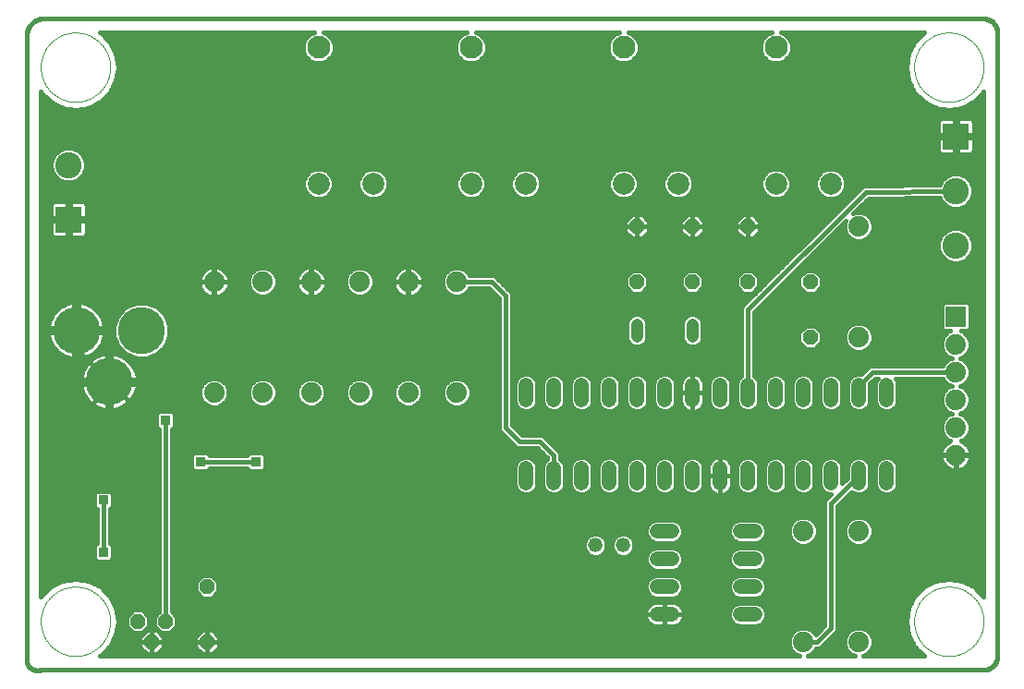
<source format=gbl>
G75*
%MOIN*%
%OFA0B0*%
%FSLAX25Y25*%
%IPPOS*%
%LPD*%
%AMOC8*
5,1,8,0,0,1.08239X$1,22.5*
%
%ADD10C,0.00100*%
%ADD11C,0.01600*%
%ADD12C,0.05200*%
%ADD13C,0.04400*%
%ADD14OC8,0.05200*%
%ADD15C,0.17000*%
%ADD16C,0.05200*%
%ADD17C,0.07400*%
%ADD18C,0.07874*%
%ADD19C,0.08268*%
%ADD20R,0.09500X0.09500*%
%ADD21C,0.09500*%
%ADD22R,0.07400X0.07400*%
%ADD23R,0.03562X0.03562*%
D10*
X0022500Y0019503D02*
X0022504Y0019810D01*
X0022515Y0020116D01*
X0022534Y0020423D01*
X0022560Y0020728D01*
X0022594Y0021033D01*
X0022635Y0021337D01*
X0022684Y0021640D01*
X0022740Y0021942D01*
X0022804Y0022242D01*
X0022875Y0022540D01*
X0022953Y0022837D01*
X0023038Y0023132D01*
X0023131Y0023424D01*
X0023231Y0023714D01*
X0023338Y0024002D01*
X0023452Y0024287D01*
X0023572Y0024569D01*
X0023700Y0024847D01*
X0023835Y0025123D01*
X0023976Y0025395D01*
X0024124Y0025664D01*
X0024278Y0025929D01*
X0024439Y0026190D01*
X0024607Y0026448D01*
X0024780Y0026701D01*
X0024960Y0026949D01*
X0025146Y0027193D01*
X0025337Y0027433D01*
X0025535Y0027668D01*
X0025738Y0027897D01*
X0025947Y0028122D01*
X0026161Y0028342D01*
X0026381Y0028556D01*
X0026606Y0028765D01*
X0026835Y0028968D01*
X0027070Y0029166D01*
X0027310Y0029357D01*
X0027554Y0029543D01*
X0027802Y0029723D01*
X0028055Y0029896D01*
X0028313Y0030064D01*
X0028574Y0030225D01*
X0028839Y0030379D01*
X0029108Y0030527D01*
X0029380Y0030668D01*
X0029656Y0030803D01*
X0029934Y0030931D01*
X0030216Y0031051D01*
X0030501Y0031165D01*
X0030789Y0031272D01*
X0031079Y0031372D01*
X0031371Y0031465D01*
X0031666Y0031550D01*
X0031963Y0031628D01*
X0032261Y0031699D01*
X0032561Y0031763D01*
X0032863Y0031819D01*
X0033166Y0031868D01*
X0033470Y0031909D01*
X0033775Y0031943D01*
X0034080Y0031969D01*
X0034387Y0031988D01*
X0034693Y0031999D01*
X0035000Y0032003D01*
X0035307Y0031999D01*
X0035613Y0031988D01*
X0035920Y0031969D01*
X0036225Y0031943D01*
X0036530Y0031909D01*
X0036834Y0031868D01*
X0037137Y0031819D01*
X0037439Y0031763D01*
X0037739Y0031699D01*
X0038037Y0031628D01*
X0038334Y0031550D01*
X0038629Y0031465D01*
X0038921Y0031372D01*
X0039211Y0031272D01*
X0039499Y0031165D01*
X0039784Y0031051D01*
X0040066Y0030931D01*
X0040344Y0030803D01*
X0040620Y0030668D01*
X0040892Y0030527D01*
X0041161Y0030379D01*
X0041426Y0030225D01*
X0041687Y0030064D01*
X0041945Y0029896D01*
X0042198Y0029723D01*
X0042446Y0029543D01*
X0042690Y0029357D01*
X0042930Y0029166D01*
X0043165Y0028968D01*
X0043394Y0028765D01*
X0043619Y0028556D01*
X0043839Y0028342D01*
X0044053Y0028122D01*
X0044262Y0027897D01*
X0044465Y0027668D01*
X0044663Y0027433D01*
X0044854Y0027193D01*
X0045040Y0026949D01*
X0045220Y0026701D01*
X0045393Y0026448D01*
X0045561Y0026190D01*
X0045722Y0025929D01*
X0045876Y0025664D01*
X0046024Y0025395D01*
X0046165Y0025123D01*
X0046300Y0024847D01*
X0046428Y0024569D01*
X0046548Y0024287D01*
X0046662Y0024002D01*
X0046769Y0023714D01*
X0046869Y0023424D01*
X0046962Y0023132D01*
X0047047Y0022837D01*
X0047125Y0022540D01*
X0047196Y0022242D01*
X0047260Y0021942D01*
X0047316Y0021640D01*
X0047365Y0021337D01*
X0047406Y0021033D01*
X0047440Y0020728D01*
X0047466Y0020423D01*
X0047485Y0020116D01*
X0047496Y0019810D01*
X0047500Y0019503D01*
X0047496Y0019196D01*
X0047485Y0018890D01*
X0047466Y0018583D01*
X0047440Y0018278D01*
X0047406Y0017973D01*
X0047365Y0017669D01*
X0047316Y0017366D01*
X0047260Y0017064D01*
X0047196Y0016764D01*
X0047125Y0016466D01*
X0047047Y0016169D01*
X0046962Y0015874D01*
X0046869Y0015582D01*
X0046769Y0015292D01*
X0046662Y0015004D01*
X0046548Y0014719D01*
X0046428Y0014437D01*
X0046300Y0014159D01*
X0046165Y0013883D01*
X0046024Y0013611D01*
X0045876Y0013342D01*
X0045722Y0013077D01*
X0045561Y0012816D01*
X0045393Y0012558D01*
X0045220Y0012305D01*
X0045040Y0012057D01*
X0044854Y0011813D01*
X0044663Y0011573D01*
X0044465Y0011338D01*
X0044262Y0011109D01*
X0044053Y0010884D01*
X0043839Y0010664D01*
X0043619Y0010450D01*
X0043394Y0010241D01*
X0043165Y0010038D01*
X0042930Y0009840D01*
X0042690Y0009649D01*
X0042446Y0009463D01*
X0042198Y0009283D01*
X0041945Y0009110D01*
X0041687Y0008942D01*
X0041426Y0008781D01*
X0041161Y0008627D01*
X0040892Y0008479D01*
X0040620Y0008338D01*
X0040344Y0008203D01*
X0040066Y0008075D01*
X0039784Y0007955D01*
X0039499Y0007841D01*
X0039211Y0007734D01*
X0038921Y0007634D01*
X0038629Y0007541D01*
X0038334Y0007456D01*
X0038037Y0007378D01*
X0037739Y0007307D01*
X0037439Y0007243D01*
X0037137Y0007187D01*
X0036834Y0007138D01*
X0036530Y0007097D01*
X0036225Y0007063D01*
X0035920Y0007037D01*
X0035613Y0007018D01*
X0035307Y0007007D01*
X0035000Y0007003D01*
X0034693Y0007007D01*
X0034387Y0007018D01*
X0034080Y0007037D01*
X0033775Y0007063D01*
X0033470Y0007097D01*
X0033166Y0007138D01*
X0032863Y0007187D01*
X0032561Y0007243D01*
X0032261Y0007307D01*
X0031963Y0007378D01*
X0031666Y0007456D01*
X0031371Y0007541D01*
X0031079Y0007634D01*
X0030789Y0007734D01*
X0030501Y0007841D01*
X0030216Y0007955D01*
X0029934Y0008075D01*
X0029656Y0008203D01*
X0029380Y0008338D01*
X0029108Y0008479D01*
X0028839Y0008627D01*
X0028574Y0008781D01*
X0028313Y0008942D01*
X0028055Y0009110D01*
X0027802Y0009283D01*
X0027554Y0009463D01*
X0027310Y0009649D01*
X0027070Y0009840D01*
X0026835Y0010038D01*
X0026606Y0010241D01*
X0026381Y0010450D01*
X0026161Y0010664D01*
X0025947Y0010884D01*
X0025738Y0011109D01*
X0025535Y0011338D01*
X0025337Y0011573D01*
X0025146Y0011813D01*
X0024960Y0012057D01*
X0024780Y0012305D01*
X0024607Y0012558D01*
X0024439Y0012816D01*
X0024278Y0013077D01*
X0024124Y0013342D01*
X0023976Y0013611D01*
X0023835Y0013883D01*
X0023700Y0014159D01*
X0023572Y0014437D01*
X0023452Y0014719D01*
X0023338Y0015004D01*
X0023231Y0015292D01*
X0023131Y0015582D01*
X0023038Y0015874D01*
X0022953Y0016169D01*
X0022875Y0016466D01*
X0022804Y0016764D01*
X0022740Y0017064D01*
X0022684Y0017366D01*
X0022635Y0017669D01*
X0022594Y0017973D01*
X0022560Y0018278D01*
X0022534Y0018583D01*
X0022515Y0018890D01*
X0022504Y0019196D01*
X0022500Y0019503D01*
X0022500Y0219503D02*
X0022504Y0219810D01*
X0022515Y0220116D01*
X0022534Y0220423D01*
X0022560Y0220728D01*
X0022594Y0221033D01*
X0022635Y0221337D01*
X0022684Y0221640D01*
X0022740Y0221942D01*
X0022804Y0222242D01*
X0022875Y0222540D01*
X0022953Y0222837D01*
X0023038Y0223132D01*
X0023131Y0223424D01*
X0023231Y0223714D01*
X0023338Y0224002D01*
X0023452Y0224287D01*
X0023572Y0224569D01*
X0023700Y0224847D01*
X0023835Y0225123D01*
X0023976Y0225395D01*
X0024124Y0225664D01*
X0024278Y0225929D01*
X0024439Y0226190D01*
X0024607Y0226448D01*
X0024780Y0226701D01*
X0024960Y0226949D01*
X0025146Y0227193D01*
X0025337Y0227433D01*
X0025535Y0227668D01*
X0025738Y0227897D01*
X0025947Y0228122D01*
X0026161Y0228342D01*
X0026381Y0228556D01*
X0026606Y0228765D01*
X0026835Y0228968D01*
X0027070Y0229166D01*
X0027310Y0229357D01*
X0027554Y0229543D01*
X0027802Y0229723D01*
X0028055Y0229896D01*
X0028313Y0230064D01*
X0028574Y0230225D01*
X0028839Y0230379D01*
X0029108Y0230527D01*
X0029380Y0230668D01*
X0029656Y0230803D01*
X0029934Y0230931D01*
X0030216Y0231051D01*
X0030501Y0231165D01*
X0030789Y0231272D01*
X0031079Y0231372D01*
X0031371Y0231465D01*
X0031666Y0231550D01*
X0031963Y0231628D01*
X0032261Y0231699D01*
X0032561Y0231763D01*
X0032863Y0231819D01*
X0033166Y0231868D01*
X0033470Y0231909D01*
X0033775Y0231943D01*
X0034080Y0231969D01*
X0034387Y0231988D01*
X0034693Y0231999D01*
X0035000Y0232003D01*
X0035307Y0231999D01*
X0035613Y0231988D01*
X0035920Y0231969D01*
X0036225Y0231943D01*
X0036530Y0231909D01*
X0036834Y0231868D01*
X0037137Y0231819D01*
X0037439Y0231763D01*
X0037739Y0231699D01*
X0038037Y0231628D01*
X0038334Y0231550D01*
X0038629Y0231465D01*
X0038921Y0231372D01*
X0039211Y0231272D01*
X0039499Y0231165D01*
X0039784Y0231051D01*
X0040066Y0230931D01*
X0040344Y0230803D01*
X0040620Y0230668D01*
X0040892Y0230527D01*
X0041161Y0230379D01*
X0041426Y0230225D01*
X0041687Y0230064D01*
X0041945Y0229896D01*
X0042198Y0229723D01*
X0042446Y0229543D01*
X0042690Y0229357D01*
X0042930Y0229166D01*
X0043165Y0228968D01*
X0043394Y0228765D01*
X0043619Y0228556D01*
X0043839Y0228342D01*
X0044053Y0228122D01*
X0044262Y0227897D01*
X0044465Y0227668D01*
X0044663Y0227433D01*
X0044854Y0227193D01*
X0045040Y0226949D01*
X0045220Y0226701D01*
X0045393Y0226448D01*
X0045561Y0226190D01*
X0045722Y0225929D01*
X0045876Y0225664D01*
X0046024Y0225395D01*
X0046165Y0225123D01*
X0046300Y0224847D01*
X0046428Y0224569D01*
X0046548Y0224287D01*
X0046662Y0224002D01*
X0046769Y0223714D01*
X0046869Y0223424D01*
X0046962Y0223132D01*
X0047047Y0222837D01*
X0047125Y0222540D01*
X0047196Y0222242D01*
X0047260Y0221942D01*
X0047316Y0221640D01*
X0047365Y0221337D01*
X0047406Y0221033D01*
X0047440Y0220728D01*
X0047466Y0220423D01*
X0047485Y0220116D01*
X0047496Y0219810D01*
X0047500Y0219503D01*
X0047496Y0219196D01*
X0047485Y0218890D01*
X0047466Y0218583D01*
X0047440Y0218278D01*
X0047406Y0217973D01*
X0047365Y0217669D01*
X0047316Y0217366D01*
X0047260Y0217064D01*
X0047196Y0216764D01*
X0047125Y0216466D01*
X0047047Y0216169D01*
X0046962Y0215874D01*
X0046869Y0215582D01*
X0046769Y0215292D01*
X0046662Y0215004D01*
X0046548Y0214719D01*
X0046428Y0214437D01*
X0046300Y0214159D01*
X0046165Y0213883D01*
X0046024Y0213611D01*
X0045876Y0213342D01*
X0045722Y0213077D01*
X0045561Y0212816D01*
X0045393Y0212558D01*
X0045220Y0212305D01*
X0045040Y0212057D01*
X0044854Y0211813D01*
X0044663Y0211573D01*
X0044465Y0211338D01*
X0044262Y0211109D01*
X0044053Y0210884D01*
X0043839Y0210664D01*
X0043619Y0210450D01*
X0043394Y0210241D01*
X0043165Y0210038D01*
X0042930Y0209840D01*
X0042690Y0209649D01*
X0042446Y0209463D01*
X0042198Y0209283D01*
X0041945Y0209110D01*
X0041687Y0208942D01*
X0041426Y0208781D01*
X0041161Y0208627D01*
X0040892Y0208479D01*
X0040620Y0208338D01*
X0040344Y0208203D01*
X0040066Y0208075D01*
X0039784Y0207955D01*
X0039499Y0207841D01*
X0039211Y0207734D01*
X0038921Y0207634D01*
X0038629Y0207541D01*
X0038334Y0207456D01*
X0038037Y0207378D01*
X0037739Y0207307D01*
X0037439Y0207243D01*
X0037137Y0207187D01*
X0036834Y0207138D01*
X0036530Y0207097D01*
X0036225Y0207063D01*
X0035920Y0207037D01*
X0035613Y0207018D01*
X0035307Y0207007D01*
X0035000Y0207003D01*
X0034693Y0207007D01*
X0034387Y0207018D01*
X0034080Y0207037D01*
X0033775Y0207063D01*
X0033470Y0207097D01*
X0033166Y0207138D01*
X0032863Y0207187D01*
X0032561Y0207243D01*
X0032261Y0207307D01*
X0031963Y0207378D01*
X0031666Y0207456D01*
X0031371Y0207541D01*
X0031079Y0207634D01*
X0030789Y0207734D01*
X0030501Y0207841D01*
X0030216Y0207955D01*
X0029934Y0208075D01*
X0029656Y0208203D01*
X0029380Y0208338D01*
X0029108Y0208479D01*
X0028839Y0208627D01*
X0028574Y0208781D01*
X0028313Y0208942D01*
X0028055Y0209110D01*
X0027802Y0209283D01*
X0027554Y0209463D01*
X0027310Y0209649D01*
X0027070Y0209840D01*
X0026835Y0210038D01*
X0026606Y0210241D01*
X0026381Y0210450D01*
X0026161Y0210664D01*
X0025947Y0210884D01*
X0025738Y0211109D01*
X0025535Y0211338D01*
X0025337Y0211573D01*
X0025146Y0211813D01*
X0024960Y0212057D01*
X0024780Y0212305D01*
X0024607Y0212558D01*
X0024439Y0212816D01*
X0024278Y0213077D01*
X0024124Y0213342D01*
X0023976Y0213611D01*
X0023835Y0213883D01*
X0023700Y0214159D01*
X0023572Y0214437D01*
X0023452Y0214719D01*
X0023338Y0215004D01*
X0023231Y0215292D01*
X0023131Y0215582D01*
X0023038Y0215874D01*
X0022953Y0216169D01*
X0022875Y0216466D01*
X0022804Y0216764D01*
X0022740Y0217064D01*
X0022684Y0217366D01*
X0022635Y0217669D01*
X0022594Y0217973D01*
X0022560Y0218278D01*
X0022534Y0218583D01*
X0022515Y0218890D01*
X0022504Y0219196D01*
X0022500Y0219503D01*
X0337500Y0219503D02*
X0337504Y0219810D01*
X0337515Y0220116D01*
X0337534Y0220423D01*
X0337560Y0220728D01*
X0337594Y0221033D01*
X0337635Y0221337D01*
X0337684Y0221640D01*
X0337740Y0221942D01*
X0337804Y0222242D01*
X0337875Y0222540D01*
X0337953Y0222837D01*
X0338038Y0223132D01*
X0338131Y0223424D01*
X0338231Y0223714D01*
X0338338Y0224002D01*
X0338452Y0224287D01*
X0338572Y0224569D01*
X0338700Y0224847D01*
X0338835Y0225123D01*
X0338976Y0225395D01*
X0339124Y0225664D01*
X0339278Y0225929D01*
X0339439Y0226190D01*
X0339607Y0226448D01*
X0339780Y0226701D01*
X0339960Y0226949D01*
X0340146Y0227193D01*
X0340337Y0227433D01*
X0340535Y0227668D01*
X0340738Y0227897D01*
X0340947Y0228122D01*
X0341161Y0228342D01*
X0341381Y0228556D01*
X0341606Y0228765D01*
X0341835Y0228968D01*
X0342070Y0229166D01*
X0342310Y0229357D01*
X0342554Y0229543D01*
X0342802Y0229723D01*
X0343055Y0229896D01*
X0343313Y0230064D01*
X0343574Y0230225D01*
X0343839Y0230379D01*
X0344108Y0230527D01*
X0344380Y0230668D01*
X0344656Y0230803D01*
X0344934Y0230931D01*
X0345216Y0231051D01*
X0345501Y0231165D01*
X0345789Y0231272D01*
X0346079Y0231372D01*
X0346371Y0231465D01*
X0346666Y0231550D01*
X0346963Y0231628D01*
X0347261Y0231699D01*
X0347561Y0231763D01*
X0347863Y0231819D01*
X0348166Y0231868D01*
X0348470Y0231909D01*
X0348775Y0231943D01*
X0349080Y0231969D01*
X0349387Y0231988D01*
X0349693Y0231999D01*
X0350000Y0232003D01*
X0350307Y0231999D01*
X0350613Y0231988D01*
X0350920Y0231969D01*
X0351225Y0231943D01*
X0351530Y0231909D01*
X0351834Y0231868D01*
X0352137Y0231819D01*
X0352439Y0231763D01*
X0352739Y0231699D01*
X0353037Y0231628D01*
X0353334Y0231550D01*
X0353629Y0231465D01*
X0353921Y0231372D01*
X0354211Y0231272D01*
X0354499Y0231165D01*
X0354784Y0231051D01*
X0355066Y0230931D01*
X0355344Y0230803D01*
X0355620Y0230668D01*
X0355892Y0230527D01*
X0356161Y0230379D01*
X0356426Y0230225D01*
X0356687Y0230064D01*
X0356945Y0229896D01*
X0357198Y0229723D01*
X0357446Y0229543D01*
X0357690Y0229357D01*
X0357930Y0229166D01*
X0358165Y0228968D01*
X0358394Y0228765D01*
X0358619Y0228556D01*
X0358839Y0228342D01*
X0359053Y0228122D01*
X0359262Y0227897D01*
X0359465Y0227668D01*
X0359663Y0227433D01*
X0359854Y0227193D01*
X0360040Y0226949D01*
X0360220Y0226701D01*
X0360393Y0226448D01*
X0360561Y0226190D01*
X0360722Y0225929D01*
X0360876Y0225664D01*
X0361024Y0225395D01*
X0361165Y0225123D01*
X0361300Y0224847D01*
X0361428Y0224569D01*
X0361548Y0224287D01*
X0361662Y0224002D01*
X0361769Y0223714D01*
X0361869Y0223424D01*
X0361962Y0223132D01*
X0362047Y0222837D01*
X0362125Y0222540D01*
X0362196Y0222242D01*
X0362260Y0221942D01*
X0362316Y0221640D01*
X0362365Y0221337D01*
X0362406Y0221033D01*
X0362440Y0220728D01*
X0362466Y0220423D01*
X0362485Y0220116D01*
X0362496Y0219810D01*
X0362500Y0219503D01*
X0362496Y0219196D01*
X0362485Y0218890D01*
X0362466Y0218583D01*
X0362440Y0218278D01*
X0362406Y0217973D01*
X0362365Y0217669D01*
X0362316Y0217366D01*
X0362260Y0217064D01*
X0362196Y0216764D01*
X0362125Y0216466D01*
X0362047Y0216169D01*
X0361962Y0215874D01*
X0361869Y0215582D01*
X0361769Y0215292D01*
X0361662Y0215004D01*
X0361548Y0214719D01*
X0361428Y0214437D01*
X0361300Y0214159D01*
X0361165Y0213883D01*
X0361024Y0213611D01*
X0360876Y0213342D01*
X0360722Y0213077D01*
X0360561Y0212816D01*
X0360393Y0212558D01*
X0360220Y0212305D01*
X0360040Y0212057D01*
X0359854Y0211813D01*
X0359663Y0211573D01*
X0359465Y0211338D01*
X0359262Y0211109D01*
X0359053Y0210884D01*
X0358839Y0210664D01*
X0358619Y0210450D01*
X0358394Y0210241D01*
X0358165Y0210038D01*
X0357930Y0209840D01*
X0357690Y0209649D01*
X0357446Y0209463D01*
X0357198Y0209283D01*
X0356945Y0209110D01*
X0356687Y0208942D01*
X0356426Y0208781D01*
X0356161Y0208627D01*
X0355892Y0208479D01*
X0355620Y0208338D01*
X0355344Y0208203D01*
X0355066Y0208075D01*
X0354784Y0207955D01*
X0354499Y0207841D01*
X0354211Y0207734D01*
X0353921Y0207634D01*
X0353629Y0207541D01*
X0353334Y0207456D01*
X0353037Y0207378D01*
X0352739Y0207307D01*
X0352439Y0207243D01*
X0352137Y0207187D01*
X0351834Y0207138D01*
X0351530Y0207097D01*
X0351225Y0207063D01*
X0350920Y0207037D01*
X0350613Y0207018D01*
X0350307Y0207007D01*
X0350000Y0207003D01*
X0349693Y0207007D01*
X0349387Y0207018D01*
X0349080Y0207037D01*
X0348775Y0207063D01*
X0348470Y0207097D01*
X0348166Y0207138D01*
X0347863Y0207187D01*
X0347561Y0207243D01*
X0347261Y0207307D01*
X0346963Y0207378D01*
X0346666Y0207456D01*
X0346371Y0207541D01*
X0346079Y0207634D01*
X0345789Y0207734D01*
X0345501Y0207841D01*
X0345216Y0207955D01*
X0344934Y0208075D01*
X0344656Y0208203D01*
X0344380Y0208338D01*
X0344108Y0208479D01*
X0343839Y0208627D01*
X0343574Y0208781D01*
X0343313Y0208942D01*
X0343055Y0209110D01*
X0342802Y0209283D01*
X0342554Y0209463D01*
X0342310Y0209649D01*
X0342070Y0209840D01*
X0341835Y0210038D01*
X0341606Y0210241D01*
X0341381Y0210450D01*
X0341161Y0210664D01*
X0340947Y0210884D01*
X0340738Y0211109D01*
X0340535Y0211338D01*
X0340337Y0211573D01*
X0340146Y0211813D01*
X0339960Y0212057D01*
X0339780Y0212305D01*
X0339607Y0212558D01*
X0339439Y0212816D01*
X0339278Y0213077D01*
X0339124Y0213342D01*
X0338976Y0213611D01*
X0338835Y0213883D01*
X0338700Y0214159D01*
X0338572Y0214437D01*
X0338452Y0214719D01*
X0338338Y0215004D01*
X0338231Y0215292D01*
X0338131Y0215582D01*
X0338038Y0215874D01*
X0337953Y0216169D01*
X0337875Y0216466D01*
X0337804Y0216764D01*
X0337740Y0217064D01*
X0337684Y0217366D01*
X0337635Y0217669D01*
X0337594Y0217973D01*
X0337560Y0218278D01*
X0337534Y0218583D01*
X0337515Y0218890D01*
X0337504Y0219196D01*
X0337500Y0219503D01*
X0337500Y0019503D02*
X0337504Y0019810D01*
X0337515Y0020116D01*
X0337534Y0020423D01*
X0337560Y0020728D01*
X0337594Y0021033D01*
X0337635Y0021337D01*
X0337684Y0021640D01*
X0337740Y0021942D01*
X0337804Y0022242D01*
X0337875Y0022540D01*
X0337953Y0022837D01*
X0338038Y0023132D01*
X0338131Y0023424D01*
X0338231Y0023714D01*
X0338338Y0024002D01*
X0338452Y0024287D01*
X0338572Y0024569D01*
X0338700Y0024847D01*
X0338835Y0025123D01*
X0338976Y0025395D01*
X0339124Y0025664D01*
X0339278Y0025929D01*
X0339439Y0026190D01*
X0339607Y0026448D01*
X0339780Y0026701D01*
X0339960Y0026949D01*
X0340146Y0027193D01*
X0340337Y0027433D01*
X0340535Y0027668D01*
X0340738Y0027897D01*
X0340947Y0028122D01*
X0341161Y0028342D01*
X0341381Y0028556D01*
X0341606Y0028765D01*
X0341835Y0028968D01*
X0342070Y0029166D01*
X0342310Y0029357D01*
X0342554Y0029543D01*
X0342802Y0029723D01*
X0343055Y0029896D01*
X0343313Y0030064D01*
X0343574Y0030225D01*
X0343839Y0030379D01*
X0344108Y0030527D01*
X0344380Y0030668D01*
X0344656Y0030803D01*
X0344934Y0030931D01*
X0345216Y0031051D01*
X0345501Y0031165D01*
X0345789Y0031272D01*
X0346079Y0031372D01*
X0346371Y0031465D01*
X0346666Y0031550D01*
X0346963Y0031628D01*
X0347261Y0031699D01*
X0347561Y0031763D01*
X0347863Y0031819D01*
X0348166Y0031868D01*
X0348470Y0031909D01*
X0348775Y0031943D01*
X0349080Y0031969D01*
X0349387Y0031988D01*
X0349693Y0031999D01*
X0350000Y0032003D01*
X0350307Y0031999D01*
X0350613Y0031988D01*
X0350920Y0031969D01*
X0351225Y0031943D01*
X0351530Y0031909D01*
X0351834Y0031868D01*
X0352137Y0031819D01*
X0352439Y0031763D01*
X0352739Y0031699D01*
X0353037Y0031628D01*
X0353334Y0031550D01*
X0353629Y0031465D01*
X0353921Y0031372D01*
X0354211Y0031272D01*
X0354499Y0031165D01*
X0354784Y0031051D01*
X0355066Y0030931D01*
X0355344Y0030803D01*
X0355620Y0030668D01*
X0355892Y0030527D01*
X0356161Y0030379D01*
X0356426Y0030225D01*
X0356687Y0030064D01*
X0356945Y0029896D01*
X0357198Y0029723D01*
X0357446Y0029543D01*
X0357690Y0029357D01*
X0357930Y0029166D01*
X0358165Y0028968D01*
X0358394Y0028765D01*
X0358619Y0028556D01*
X0358839Y0028342D01*
X0359053Y0028122D01*
X0359262Y0027897D01*
X0359465Y0027668D01*
X0359663Y0027433D01*
X0359854Y0027193D01*
X0360040Y0026949D01*
X0360220Y0026701D01*
X0360393Y0026448D01*
X0360561Y0026190D01*
X0360722Y0025929D01*
X0360876Y0025664D01*
X0361024Y0025395D01*
X0361165Y0025123D01*
X0361300Y0024847D01*
X0361428Y0024569D01*
X0361548Y0024287D01*
X0361662Y0024002D01*
X0361769Y0023714D01*
X0361869Y0023424D01*
X0361962Y0023132D01*
X0362047Y0022837D01*
X0362125Y0022540D01*
X0362196Y0022242D01*
X0362260Y0021942D01*
X0362316Y0021640D01*
X0362365Y0021337D01*
X0362406Y0021033D01*
X0362440Y0020728D01*
X0362466Y0020423D01*
X0362485Y0020116D01*
X0362496Y0019810D01*
X0362500Y0019503D01*
X0362496Y0019196D01*
X0362485Y0018890D01*
X0362466Y0018583D01*
X0362440Y0018278D01*
X0362406Y0017973D01*
X0362365Y0017669D01*
X0362316Y0017366D01*
X0362260Y0017064D01*
X0362196Y0016764D01*
X0362125Y0016466D01*
X0362047Y0016169D01*
X0361962Y0015874D01*
X0361869Y0015582D01*
X0361769Y0015292D01*
X0361662Y0015004D01*
X0361548Y0014719D01*
X0361428Y0014437D01*
X0361300Y0014159D01*
X0361165Y0013883D01*
X0361024Y0013611D01*
X0360876Y0013342D01*
X0360722Y0013077D01*
X0360561Y0012816D01*
X0360393Y0012558D01*
X0360220Y0012305D01*
X0360040Y0012057D01*
X0359854Y0011813D01*
X0359663Y0011573D01*
X0359465Y0011338D01*
X0359262Y0011109D01*
X0359053Y0010884D01*
X0358839Y0010664D01*
X0358619Y0010450D01*
X0358394Y0010241D01*
X0358165Y0010038D01*
X0357930Y0009840D01*
X0357690Y0009649D01*
X0357446Y0009463D01*
X0357198Y0009283D01*
X0356945Y0009110D01*
X0356687Y0008942D01*
X0356426Y0008781D01*
X0356161Y0008627D01*
X0355892Y0008479D01*
X0355620Y0008338D01*
X0355344Y0008203D01*
X0355066Y0008075D01*
X0354784Y0007955D01*
X0354499Y0007841D01*
X0354211Y0007734D01*
X0353921Y0007634D01*
X0353629Y0007541D01*
X0353334Y0007456D01*
X0353037Y0007378D01*
X0352739Y0007307D01*
X0352439Y0007243D01*
X0352137Y0007187D01*
X0351834Y0007138D01*
X0351530Y0007097D01*
X0351225Y0007063D01*
X0350920Y0007037D01*
X0350613Y0007018D01*
X0350307Y0007007D01*
X0350000Y0007003D01*
X0349693Y0007007D01*
X0349387Y0007018D01*
X0349080Y0007037D01*
X0348775Y0007063D01*
X0348470Y0007097D01*
X0348166Y0007138D01*
X0347863Y0007187D01*
X0347561Y0007243D01*
X0347261Y0007307D01*
X0346963Y0007378D01*
X0346666Y0007456D01*
X0346371Y0007541D01*
X0346079Y0007634D01*
X0345789Y0007734D01*
X0345501Y0007841D01*
X0345216Y0007955D01*
X0344934Y0008075D01*
X0344656Y0008203D01*
X0344380Y0008338D01*
X0344108Y0008479D01*
X0343839Y0008627D01*
X0343574Y0008781D01*
X0343313Y0008942D01*
X0343055Y0009110D01*
X0342802Y0009283D01*
X0342554Y0009463D01*
X0342310Y0009649D01*
X0342070Y0009840D01*
X0341835Y0010038D01*
X0341606Y0010241D01*
X0341381Y0010450D01*
X0341161Y0010664D01*
X0340947Y0010884D01*
X0340738Y0011109D01*
X0340535Y0011338D01*
X0340337Y0011573D01*
X0340146Y0011813D01*
X0339960Y0012057D01*
X0339780Y0012305D01*
X0339607Y0012558D01*
X0339439Y0012816D01*
X0339278Y0013077D01*
X0339124Y0013342D01*
X0338976Y0013611D01*
X0338835Y0013883D01*
X0338700Y0014159D01*
X0338572Y0014437D01*
X0338452Y0014719D01*
X0338338Y0015004D01*
X0338231Y0015292D01*
X0338131Y0015582D01*
X0338038Y0015874D01*
X0337953Y0016169D01*
X0337875Y0016466D01*
X0337804Y0016764D01*
X0337740Y0017064D01*
X0337684Y0017366D01*
X0337635Y0017669D01*
X0337594Y0017973D01*
X0337560Y0018278D01*
X0337534Y0018583D01*
X0337515Y0018890D01*
X0337504Y0019196D01*
X0337500Y0019503D01*
D11*
X0017500Y0004503D02*
X0017500Y0229503D01*
X0017471Y0229659D01*
X0017445Y0229816D01*
X0017424Y0229974D01*
X0017406Y0230131D01*
X0017393Y0230290D01*
X0017383Y0230448D01*
X0017378Y0230607D01*
X0017376Y0230766D01*
X0017378Y0230925D01*
X0017385Y0231084D01*
X0017395Y0231242D01*
X0017409Y0231401D01*
X0017427Y0231559D01*
X0017449Y0231716D01*
X0017475Y0231873D01*
X0017505Y0232029D01*
X0017539Y0232184D01*
X0017576Y0232339D01*
X0017618Y0232492D01*
X0017663Y0232644D01*
X0017712Y0232796D01*
X0017765Y0232945D01*
X0017821Y0233094D01*
X0017882Y0233241D01*
X0017946Y0233387D01*
X0018013Y0233530D01*
X0018084Y0233673D01*
X0018159Y0233813D01*
X0018237Y0233951D01*
X0018318Y0234088D01*
X0018403Y0234222D01*
X0018491Y0234354D01*
X0018582Y0234484D01*
X0018677Y0234612D01*
X0018775Y0234737D01*
X0018876Y0234860D01*
X0018980Y0234980D01*
X0019087Y0235098D01*
X0019196Y0235213D01*
X0019309Y0235325D01*
X0019424Y0235434D01*
X0019542Y0235541D01*
X0019663Y0235644D01*
X0019786Y0235745D01*
X0019912Y0235842D01*
X0020040Y0235936D01*
X0020170Y0236027D01*
X0020303Y0236114D01*
X0020438Y0236199D01*
X0020574Y0236280D01*
X0020713Y0236357D01*
X0020854Y0236431D01*
X0020996Y0236501D01*
X0021140Y0236568D01*
X0021286Y0236632D01*
X0021434Y0236691D01*
X0021582Y0236747D01*
X0021732Y0236799D01*
X0021884Y0236848D01*
X0022036Y0236892D01*
X0022190Y0236933D01*
X0022345Y0236970D01*
X0022500Y0237003D01*
X0362500Y0237003D01*
X0362640Y0237001D01*
X0362780Y0236995D01*
X0362920Y0236985D01*
X0363060Y0236972D01*
X0363199Y0236954D01*
X0363338Y0236932D01*
X0363475Y0236907D01*
X0363613Y0236878D01*
X0363749Y0236845D01*
X0363884Y0236808D01*
X0364018Y0236767D01*
X0364151Y0236722D01*
X0364283Y0236674D01*
X0364413Y0236622D01*
X0364542Y0236567D01*
X0364669Y0236508D01*
X0364795Y0236445D01*
X0364919Y0236379D01*
X0365040Y0236310D01*
X0365160Y0236237D01*
X0365278Y0236160D01*
X0365393Y0236081D01*
X0365507Y0235998D01*
X0365617Y0235912D01*
X0365726Y0235823D01*
X0365832Y0235731D01*
X0365935Y0235636D01*
X0366036Y0235539D01*
X0366133Y0235438D01*
X0366228Y0235335D01*
X0366320Y0235229D01*
X0366409Y0235120D01*
X0366495Y0235010D01*
X0366578Y0234896D01*
X0366657Y0234781D01*
X0366734Y0234663D01*
X0366807Y0234543D01*
X0366876Y0234422D01*
X0366942Y0234298D01*
X0367005Y0234172D01*
X0367064Y0234045D01*
X0367119Y0233916D01*
X0367171Y0233786D01*
X0367219Y0233654D01*
X0367264Y0233521D01*
X0367305Y0233387D01*
X0367342Y0233252D01*
X0367375Y0233116D01*
X0367404Y0232978D01*
X0367429Y0232841D01*
X0367451Y0232702D01*
X0367469Y0232563D01*
X0367482Y0232423D01*
X0367492Y0232283D01*
X0367498Y0232143D01*
X0367500Y0232003D01*
X0367500Y0007003D01*
X0367498Y0006863D01*
X0367492Y0006723D01*
X0367482Y0006583D01*
X0367469Y0006443D01*
X0367451Y0006304D01*
X0367429Y0006165D01*
X0367404Y0006028D01*
X0367375Y0005890D01*
X0367342Y0005754D01*
X0367305Y0005619D01*
X0367264Y0005485D01*
X0367219Y0005352D01*
X0367171Y0005220D01*
X0367119Y0005090D01*
X0367064Y0004961D01*
X0367005Y0004834D01*
X0366942Y0004708D01*
X0366876Y0004584D01*
X0366807Y0004463D01*
X0366734Y0004343D01*
X0366657Y0004225D01*
X0366578Y0004110D01*
X0366495Y0003996D01*
X0366409Y0003886D01*
X0366320Y0003777D01*
X0366228Y0003671D01*
X0366133Y0003568D01*
X0366036Y0003467D01*
X0365935Y0003370D01*
X0365832Y0003275D01*
X0365726Y0003183D01*
X0365617Y0003094D01*
X0365507Y0003008D01*
X0365393Y0002925D01*
X0365278Y0002846D01*
X0365160Y0002769D01*
X0365040Y0002696D01*
X0364919Y0002627D01*
X0364795Y0002561D01*
X0364669Y0002498D01*
X0364542Y0002439D01*
X0364413Y0002384D01*
X0364283Y0002332D01*
X0364151Y0002284D01*
X0364018Y0002239D01*
X0363884Y0002198D01*
X0363749Y0002161D01*
X0363613Y0002128D01*
X0363475Y0002099D01*
X0363338Y0002074D01*
X0363199Y0002052D01*
X0363060Y0002034D01*
X0362920Y0002021D01*
X0362780Y0002011D01*
X0362640Y0002005D01*
X0362500Y0002003D01*
X0022500Y0002003D01*
X0022382Y0001965D01*
X0022262Y0001932D01*
X0022142Y0001902D01*
X0022020Y0001876D01*
X0021898Y0001853D01*
X0021775Y0001835D01*
X0021652Y0001820D01*
X0021528Y0001810D01*
X0021404Y0001803D01*
X0021280Y0001800D01*
X0021156Y0001801D01*
X0021032Y0001806D01*
X0020908Y0001815D01*
X0020784Y0001828D01*
X0020661Y0001844D01*
X0020539Y0001865D01*
X0020417Y0001889D01*
X0020296Y0001917D01*
X0020176Y0001949D01*
X0020057Y0001984D01*
X0019939Y0002024D01*
X0019823Y0002067D01*
X0019708Y0002113D01*
X0019594Y0002164D01*
X0019482Y0002217D01*
X0019372Y0002275D01*
X0019264Y0002335D01*
X0019157Y0002399D01*
X0019053Y0002467D01*
X0018951Y0002537D01*
X0018851Y0002611D01*
X0018753Y0002688D01*
X0018658Y0002768D01*
X0018566Y0002851D01*
X0018476Y0002937D01*
X0018389Y0003025D01*
X0018305Y0003116D01*
X0018223Y0003210D01*
X0018145Y0003307D01*
X0018070Y0003405D01*
X0017998Y0003506D01*
X0017929Y0003610D01*
X0017863Y0003715D01*
X0017801Y0003822D01*
X0017742Y0003932D01*
X0017686Y0004043D01*
X0017634Y0004156D01*
X0017586Y0004270D01*
X0017541Y0004386D01*
X0017500Y0004503D01*
X0043862Y0007003D02*
X0044022Y0007084D01*
X0044023Y0007084D01*
X0047418Y0010480D01*
X0047418Y0010480D01*
X0049599Y0014759D01*
X0049599Y0014759D01*
X0050350Y0019503D01*
X0049599Y0024246D01*
X0049599Y0024246D01*
X0047418Y0028525D01*
X0047418Y0028525D01*
X0044023Y0031921D01*
X0044022Y0031921D01*
X0039743Y0034102D01*
X0035000Y0034853D01*
X0030257Y0034102D01*
X0030257Y0034102D01*
X0025977Y0031921D01*
X0022582Y0028525D01*
X0022500Y0028365D01*
X0022500Y0210640D01*
X0022582Y0210480D01*
X0025977Y0207084D01*
X0025977Y0207084D01*
X0030257Y0204904D01*
X0035000Y0204153D01*
X0039743Y0204904D01*
X0044023Y0207084D01*
X0044023Y0207084D01*
X0047418Y0210480D01*
X0049599Y0214759D01*
X0050350Y0219503D01*
X0049599Y0224246D01*
X0049599Y0224246D01*
X0047418Y0228525D01*
X0047418Y0228525D01*
X0044023Y0231921D01*
X0044022Y0231921D01*
X0043862Y0232003D01*
X0120957Y0232003D01*
X0119466Y0231385D01*
X0117881Y0229800D01*
X0117024Y0227730D01*
X0117024Y0225488D01*
X0117881Y0223418D01*
X0119466Y0221833D01*
X0121537Y0220975D01*
X0123778Y0220975D01*
X0125849Y0221833D01*
X0127434Y0223418D01*
X0128291Y0225488D01*
X0128291Y0227730D01*
X0127434Y0229800D01*
X0125849Y0231385D01*
X0124358Y0232003D01*
X0175957Y0232003D01*
X0174466Y0231385D01*
X0172881Y0229800D01*
X0172024Y0227730D01*
X0172024Y0225488D01*
X0172881Y0223418D01*
X0174466Y0221833D01*
X0176537Y0220975D01*
X0178778Y0220975D01*
X0180849Y0221833D01*
X0182434Y0223418D01*
X0183291Y0225488D01*
X0183291Y0227730D01*
X0182434Y0229800D01*
X0180849Y0231385D01*
X0179358Y0232003D01*
X0230957Y0232003D01*
X0229466Y0231385D01*
X0227881Y0229800D01*
X0227024Y0227730D01*
X0227024Y0225488D01*
X0227881Y0223418D01*
X0229466Y0221833D01*
X0231537Y0220975D01*
X0233778Y0220975D01*
X0235849Y0221833D01*
X0237434Y0223418D01*
X0238291Y0225488D01*
X0238291Y0227730D01*
X0237434Y0229800D01*
X0235849Y0231385D01*
X0234358Y0232003D01*
X0285957Y0232003D01*
X0284466Y0231385D01*
X0282881Y0229800D01*
X0282024Y0227730D01*
X0282024Y0225488D01*
X0282881Y0223418D01*
X0284466Y0221833D01*
X0286537Y0220975D01*
X0288778Y0220975D01*
X0290849Y0221833D01*
X0292434Y0223418D01*
X0293291Y0225488D01*
X0293291Y0227730D01*
X0292434Y0229800D01*
X0290849Y0231385D01*
X0289358Y0232003D01*
X0341138Y0232003D01*
X0340977Y0231921D01*
X0337582Y0228525D01*
X0335401Y0224246D01*
X0334650Y0219503D01*
X0334650Y0219503D01*
X0335401Y0214759D01*
X0337582Y0210480D01*
X0340977Y0207084D01*
X0340977Y0207084D01*
X0345257Y0204904D01*
X0350000Y0204153D01*
X0354743Y0204904D01*
X0354743Y0204904D01*
X0359023Y0207084D01*
X0359023Y0207084D01*
X0362418Y0210480D01*
X0362500Y0210640D01*
X0362500Y0028365D01*
X0362418Y0028525D01*
X0359022Y0031921D01*
X0354743Y0034102D01*
X0350000Y0034853D01*
X0345257Y0034102D01*
X0345257Y0034102D01*
X0340977Y0031921D01*
X0337582Y0028525D01*
X0335401Y0024246D01*
X0334650Y0019503D01*
X0334650Y0019503D01*
X0335401Y0014759D01*
X0337582Y0010480D01*
X0340977Y0007084D01*
X0340977Y0007084D01*
X0341138Y0007003D01*
X0319017Y0007003D01*
X0320446Y0007594D01*
X0321908Y0009057D01*
X0322700Y0010968D01*
X0322700Y0013037D01*
X0321908Y0014948D01*
X0320446Y0016411D01*
X0318534Y0017203D01*
X0316466Y0017203D01*
X0314554Y0016411D01*
X0313092Y0014948D01*
X0312300Y0013037D01*
X0312300Y0010968D01*
X0313092Y0009057D01*
X0314554Y0007594D01*
X0315983Y0007003D01*
X0299017Y0007003D01*
X0300446Y0007594D01*
X0301908Y0009057D01*
X0302176Y0009703D01*
X0303453Y0009703D01*
X0308453Y0014703D01*
X0309800Y0016050D01*
X0309800Y0061050D01*
X0314927Y0066177D01*
X0315178Y0065927D01*
X0316684Y0065303D01*
X0318316Y0065303D01*
X0319822Y0065927D01*
X0320976Y0067080D01*
X0321600Y0068587D01*
X0321600Y0075418D01*
X0320976Y0076925D01*
X0319822Y0078079D01*
X0318316Y0078703D01*
X0316684Y0078703D01*
X0315178Y0078079D01*
X0314024Y0076925D01*
X0313400Y0075418D01*
X0313400Y0071156D01*
X0311600Y0069355D01*
X0311600Y0075418D01*
X0310976Y0076925D01*
X0309822Y0078079D01*
X0308316Y0078703D01*
X0306684Y0078703D01*
X0305178Y0078079D01*
X0304024Y0076925D01*
X0303400Y0075418D01*
X0303400Y0068587D01*
X0304024Y0067080D01*
X0305178Y0065927D01*
X0306684Y0065303D01*
X0307547Y0065303D01*
X0305200Y0062956D01*
X0305200Y0017956D01*
X0301992Y0014747D01*
X0301908Y0014948D01*
X0300446Y0016411D01*
X0298534Y0017203D01*
X0296466Y0017203D01*
X0294554Y0016411D01*
X0293092Y0014948D01*
X0292300Y0013037D01*
X0292300Y0010968D01*
X0293092Y0009057D01*
X0294554Y0007594D01*
X0295983Y0007003D01*
X0043862Y0007003D01*
X0045335Y0008397D02*
X0059883Y0008397D01*
X0060677Y0007603D02*
X0062500Y0007603D01*
X0064323Y0007603D01*
X0066900Y0010180D01*
X0066900Y0012003D01*
X0066900Y0013825D01*
X0064323Y0016403D01*
X0062500Y0016403D01*
X0062500Y0012003D01*
X0062500Y0012003D01*
X0062500Y0016403D01*
X0060677Y0016403D01*
X0058100Y0013825D01*
X0058100Y0012003D01*
X0062500Y0012003D01*
X0066900Y0012003D01*
X0062500Y0012003D01*
X0062500Y0012003D01*
X0082500Y0012003D01*
X0082500Y0012003D01*
X0082500Y0016403D01*
X0084323Y0016403D01*
X0086900Y0013825D01*
X0086900Y0012003D01*
X0082500Y0012003D01*
X0082500Y0016403D01*
X0080677Y0016403D01*
X0078100Y0013825D01*
X0078100Y0012003D01*
X0082500Y0012003D01*
X0082500Y0012003D01*
X0135000Y0012003D01*
X0152500Y0029503D01*
X0194024Y0067080D02*
X0195178Y0065927D01*
X0196684Y0065303D01*
X0198316Y0065303D01*
X0199822Y0065927D01*
X0200976Y0067080D01*
X0201600Y0068587D01*
X0201600Y0075418D01*
X0200976Y0076925D01*
X0199822Y0078079D01*
X0198316Y0078703D01*
X0196684Y0078703D01*
X0195178Y0078079D01*
X0194024Y0076925D01*
X0193400Y0075418D01*
X0193400Y0068587D01*
X0194024Y0067080D01*
X0193833Y0067542D02*
X0069800Y0067542D01*
X0069800Y0069140D02*
X0193400Y0069140D01*
X0193400Y0070739D02*
X0069800Y0070739D01*
X0069800Y0072337D02*
X0193400Y0072337D01*
X0193400Y0073936D02*
X0102617Y0073936D01*
X0102402Y0073722D02*
X0103281Y0074600D01*
X0103281Y0079405D01*
X0102402Y0080284D01*
X0097598Y0080284D01*
X0096719Y0079405D01*
X0096719Y0079303D01*
X0083281Y0079303D01*
X0083281Y0079405D01*
X0082402Y0080284D01*
X0077598Y0080284D01*
X0076719Y0079405D01*
X0076719Y0074600D01*
X0077598Y0073722D01*
X0082402Y0073722D01*
X0083281Y0074600D01*
X0083281Y0074703D01*
X0096719Y0074703D01*
X0096719Y0074600D01*
X0097598Y0073722D01*
X0102402Y0073722D01*
X0103281Y0075534D02*
X0193448Y0075534D01*
X0194232Y0077133D02*
X0103281Y0077133D01*
X0103281Y0078731D02*
X0205019Y0078731D01*
X0205200Y0078550D02*
X0205200Y0078088D01*
X0205178Y0078079D01*
X0204024Y0076925D01*
X0203400Y0075418D01*
X0203400Y0068587D01*
X0204024Y0067080D01*
X0205178Y0065927D01*
X0206684Y0065303D01*
X0208316Y0065303D01*
X0209822Y0065927D01*
X0210976Y0067080D01*
X0211600Y0068587D01*
X0211600Y0075418D01*
X0210976Y0076925D01*
X0209822Y0078079D01*
X0209800Y0078088D01*
X0209800Y0080456D01*
X0204800Y0085456D01*
X0203453Y0086803D01*
X0195953Y0086803D01*
X0192300Y0090456D01*
X0192300Y0137956D01*
X0187300Y0142956D01*
X0185953Y0144303D01*
X0177176Y0144303D01*
X0176908Y0144948D01*
X0175446Y0146411D01*
X0173534Y0147203D01*
X0171466Y0147203D01*
X0169554Y0146411D01*
X0168092Y0144948D01*
X0167300Y0143037D01*
X0167300Y0140968D01*
X0168092Y0139057D01*
X0169554Y0137594D01*
X0171466Y0136803D01*
X0173534Y0136803D01*
X0175446Y0137594D01*
X0176908Y0139057D01*
X0177176Y0139703D01*
X0184047Y0139703D01*
X0187700Y0136050D01*
X0187700Y0088550D01*
X0194047Y0082203D01*
X0201547Y0082203D01*
X0205200Y0078550D01*
X0204232Y0077133D02*
X0200768Y0077133D01*
X0201552Y0075534D02*
X0203448Y0075534D01*
X0203400Y0073936D02*
X0201600Y0073936D01*
X0201600Y0072337D02*
X0203400Y0072337D01*
X0203400Y0070739D02*
X0201600Y0070739D01*
X0201600Y0069140D02*
X0203400Y0069140D01*
X0203833Y0067542D02*
X0201167Y0067542D01*
X0199839Y0065943D02*
X0205161Y0065943D01*
X0209839Y0065943D02*
X0215161Y0065943D01*
X0215178Y0065927D02*
X0216684Y0065303D01*
X0218316Y0065303D01*
X0219822Y0065927D01*
X0220976Y0067080D01*
X0221600Y0068587D01*
X0221600Y0075418D01*
X0220976Y0076925D01*
X0219822Y0078079D01*
X0218316Y0078703D01*
X0216684Y0078703D01*
X0215178Y0078079D01*
X0214024Y0076925D01*
X0213400Y0075418D01*
X0213400Y0068587D01*
X0214024Y0067080D01*
X0215178Y0065927D01*
X0213833Y0067542D02*
X0211167Y0067542D01*
X0211600Y0069140D02*
X0213400Y0069140D01*
X0213400Y0070739D02*
X0211600Y0070739D01*
X0211600Y0072337D02*
X0213400Y0072337D01*
X0213400Y0073936D02*
X0211600Y0073936D01*
X0211552Y0075534D02*
X0213448Y0075534D01*
X0214232Y0077133D02*
X0210768Y0077133D01*
X0209800Y0078731D02*
X0265968Y0078731D01*
X0265811Y0078680D02*
X0266470Y0078894D01*
X0267154Y0079003D01*
X0267500Y0079003D01*
X0267500Y0072003D01*
X0267500Y0072003D01*
X0267500Y0079003D01*
X0267846Y0079003D01*
X0268530Y0078894D01*
X0269189Y0078680D01*
X0269806Y0078366D01*
X0270366Y0077959D01*
X0270856Y0077469D01*
X0271263Y0076909D01*
X0271578Y0076292D01*
X0271792Y0075633D01*
X0271900Y0074949D01*
X0271900Y0072003D01*
X0267500Y0072003D01*
X0267500Y0072003D01*
X0267500Y0079503D01*
X0352500Y0079503D01*
X0352700Y0079703D02*
X0358000Y0079703D01*
X0358000Y0079936D01*
X0357865Y0080791D01*
X0357597Y0081614D01*
X0357204Y0082385D01*
X0356695Y0083086D01*
X0356083Y0083698D01*
X0355383Y0084207D01*
X0354611Y0084600D01*
X0354410Y0084665D01*
X0355446Y0085094D01*
X0356908Y0086557D01*
X0357700Y0088468D01*
X0357700Y0090537D01*
X0356908Y0092448D01*
X0355446Y0093911D01*
X0354017Y0094503D01*
X0355446Y0095094D01*
X0356908Y0096557D01*
X0357700Y0098468D01*
X0357700Y0100537D01*
X0356908Y0102448D01*
X0355446Y0103911D01*
X0354017Y0104503D01*
X0355446Y0105094D01*
X0356908Y0106557D01*
X0357700Y0108468D01*
X0357700Y0110537D01*
X0356908Y0112448D01*
X0355446Y0113911D01*
X0354017Y0114503D01*
X0355446Y0115094D01*
X0356908Y0116557D01*
X0357700Y0118468D01*
X0357700Y0120537D01*
X0356908Y0122448D01*
X0355446Y0123911D01*
X0354500Y0124303D01*
X0356821Y0124303D01*
X0357700Y0125182D01*
X0357700Y0133824D01*
X0356821Y0134703D01*
X0348179Y0134703D01*
X0347300Y0133824D01*
X0347300Y0125182D01*
X0348179Y0124303D01*
X0350500Y0124303D01*
X0349554Y0123911D01*
X0348092Y0122448D01*
X0347300Y0120537D01*
X0347300Y0118468D01*
X0348092Y0116557D01*
X0349554Y0115094D01*
X0350983Y0114503D01*
X0349554Y0113911D01*
X0348092Y0112448D01*
X0347824Y0111803D01*
X0321547Y0111803D01*
X0320200Y0110456D01*
X0318409Y0108664D01*
X0318316Y0108703D01*
X0316684Y0108703D01*
X0315178Y0108079D01*
X0314024Y0106925D01*
X0313400Y0105418D01*
X0313400Y0098587D01*
X0314024Y0097080D01*
X0315178Y0095927D01*
X0316684Y0095303D01*
X0318316Y0095303D01*
X0319822Y0095927D01*
X0320976Y0097080D01*
X0321600Y0098587D01*
X0321600Y0105350D01*
X0323453Y0107203D01*
X0324302Y0107203D01*
X0324024Y0106925D01*
X0323400Y0105418D01*
X0323400Y0098587D01*
X0324024Y0097080D01*
X0325178Y0095927D01*
X0326684Y0095303D01*
X0328316Y0095303D01*
X0329822Y0095927D01*
X0330976Y0097080D01*
X0331600Y0098587D01*
X0331600Y0105418D01*
X0330976Y0106925D01*
X0330698Y0107203D01*
X0347824Y0107203D01*
X0348092Y0106557D01*
X0349554Y0105094D01*
X0350983Y0104503D01*
X0349554Y0103911D01*
X0348092Y0102448D01*
X0347300Y0100537D01*
X0347300Y0098468D01*
X0348092Y0096557D01*
X0349554Y0095094D01*
X0350983Y0094503D01*
X0349554Y0093911D01*
X0348092Y0092448D01*
X0347300Y0090537D01*
X0347300Y0088468D01*
X0348092Y0086557D01*
X0349554Y0085094D01*
X0350590Y0084665D01*
X0350389Y0084600D01*
X0349617Y0084207D01*
X0348917Y0083698D01*
X0348305Y0083086D01*
X0347796Y0082385D01*
X0347403Y0081614D01*
X0347135Y0080791D01*
X0347000Y0079936D01*
X0347000Y0079703D01*
X0352300Y0079703D01*
X0352300Y0079303D01*
X0347000Y0079303D01*
X0347000Y0079070D01*
X0347135Y0078215D01*
X0347403Y0077392D01*
X0347796Y0076620D01*
X0348305Y0075920D01*
X0348917Y0075308D01*
X0349617Y0074799D01*
X0350389Y0074406D01*
X0351212Y0074138D01*
X0352067Y0074003D01*
X0352300Y0074003D01*
X0352300Y0079303D01*
X0352700Y0079303D01*
X0352700Y0079703D01*
X0352700Y0079303D02*
X0358000Y0079303D01*
X0358000Y0079070D01*
X0357865Y0078215D01*
X0357597Y0077392D01*
X0357204Y0076620D01*
X0356695Y0075920D01*
X0356083Y0075308D01*
X0355383Y0074799D01*
X0354611Y0074406D01*
X0353788Y0074138D01*
X0352933Y0074003D01*
X0352700Y0074003D01*
X0352700Y0079303D01*
X0352700Y0078731D02*
X0352300Y0078731D01*
X0352300Y0077133D02*
X0352700Y0077133D01*
X0352700Y0075534D02*
X0352300Y0075534D01*
X0348690Y0075534D02*
X0331552Y0075534D01*
X0331600Y0075418D02*
X0330976Y0076925D01*
X0329822Y0078079D01*
X0328316Y0078703D01*
X0326684Y0078703D01*
X0325178Y0078079D01*
X0324024Y0076925D01*
X0323400Y0075418D01*
X0323400Y0068587D01*
X0324024Y0067080D01*
X0325178Y0065927D01*
X0326684Y0065303D01*
X0328316Y0065303D01*
X0329822Y0065927D01*
X0330976Y0067080D01*
X0331600Y0068587D01*
X0331600Y0075418D01*
X0331600Y0073936D02*
X0362500Y0073936D01*
X0362500Y0075534D02*
X0356310Y0075534D01*
X0357465Y0077133D02*
X0362500Y0077133D01*
X0362500Y0078731D02*
X0357946Y0078731D01*
X0357938Y0080330D02*
X0362500Y0080330D01*
X0362500Y0081928D02*
X0357437Y0081928D01*
X0356254Y0083527D02*
X0362500Y0083527D01*
X0362500Y0085125D02*
X0355477Y0085125D01*
X0356977Y0086724D02*
X0362500Y0086724D01*
X0362500Y0088322D02*
X0357639Y0088322D01*
X0357700Y0089921D02*
X0362500Y0089921D01*
X0362500Y0091519D02*
X0357293Y0091519D01*
X0356239Y0093118D02*
X0362500Y0093118D01*
X0362500Y0094716D02*
X0354533Y0094716D01*
X0356666Y0096315D02*
X0362500Y0096315D01*
X0362500Y0097914D02*
X0357470Y0097914D01*
X0357700Y0099512D02*
X0362500Y0099512D01*
X0362500Y0101111D02*
X0357462Y0101111D01*
X0356648Y0102709D02*
X0362500Y0102709D01*
X0362500Y0104308D02*
X0354489Y0104308D01*
X0356257Y0105906D02*
X0362500Y0105906D01*
X0362500Y0107505D02*
X0357301Y0107505D01*
X0357700Y0109103D02*
X0362500Y0109103D01*
X0362500Y0110702D02*
X0357632Y0110702D01*
X0356970Y0112300D02*
X0362500Y0112300D01*
X0362500Y0113899D02*
X0355458Y0113899D01*
X0355848Y0115497D02*
X0362500Y0115497D01*
X0362500Y0117096D02*
X0357131Y0117096D01*
X0357700Y0118694D02*
X0362500Y0118694D01*
X0362500Y0120293D02*
X0357700Y0120293D01*
X0357139Y0121891D02*
X0362500Y0121891D01*
X0362500Y0123490D02*
X0355867Y0123490D01*
X0357607Y0125088D02*
X0362500Y0125088D01*
X0362500Y0126687D02*
X0357700Y0126687D01*
X0357700Y0128285D02*
X0362500Y0128285D01*
X0362500Y0129884D02*
X0357700Y0129884D01*
X0357700Y0131482D02*
X0362500Y0131482D01*
X0362500Y0133081D02*
X0357700Y0133081D01*
X0356845Y0134679D02*
X0362500Y0134679D01*
X0362500Y0136278D02*
X0285028Y0136278D01*
X0286626Y0137876D02*
X0362500Y0137876D01*
X0362500Y0139475D02*
X0303270Y0139475D01*
X0304100Y0140305D02*
X0301698Y0137903D01*
X0298302Y0137903D01*
X0295900Y0140305D01*
X0295900Y0143701D01*
X0298302Y0146103D01*
X0301698Y0146103D01*
X0304100Y0143701D01*
X0304100Y0140305D01*
X0304100Y0141073D02*
X0362500Y0141073D01*
X0362500Y0142672D02*
X0304100Y0142672D01*
X0303531Y0144270D02*
X0362500Y0144270D01*
X0362500Y0145869D02*
X0301932Y0145869D01*
X0298068Y0145869D02*
X0294619Y0145869D01*
X0296217Y0147467D02*
X0362500Y0147467D01*
X0362500Y0149066D02*
X0354185Y0149066D01*
X0353743Y0148883D02*
X0356040Y0149834D01*
X0357798Y0151592D01*
X0358750Y0153890D01*
X0358750Y0156376D01*
X0357798Y0158673D01*
X0356040Y0160431D01*
X0353743Y0161383D01*
X0351257Y0161383D01*
X0348960Y0160431D01*
X0347202Y0158673D01*
X0346250Y0156376D01*
X0346250Y0153890D01*
X0347202Y0151592D01*
X0348960Y0149834D01*
X0351257Y0148883D01*
X0353743Y0148883D01*
X0350815Y0149066D02*
X0297816Y0149066D01*
X0299414Y0150664D02*
X0348130Y0150664D01*
X0346924Y0152263D02*
X0301013Y0152263D01*
X0302611Y0153861D02*
X0346262Y0153861D01*
X0346250Y0155460D02*
X0304210Y0155460D01*
X0305808Y0157058D02*
X0315849Y0157058D01*
X0316466Y0156803D02*
X0318534Y0156803D01*
X0320446Y0157594D01*
X0321908Y0159057D01*
X0322700Y0160968D01*
X0322700Y0163037D01*
X0321908Y0164948D01*
X0320446Y0166411D01*
X0318534Y0167203D01*
X0316466Y0167203D01*
X0315590Y0166840D01*
X0320962Y0172212D01*
X0346711Y0172462D01*
X0347202Y0171277D01*
X0348960Y0169519D01*
X0351257Y0168568D01*
X0353743Y0168568D01*
X0356040Y0169519D01*
X0357798Y0171277D01*
X0358750Y0173575D01*
X0358750Y0176061D01*
X0357798Y0178358D01*
X0356040Y0180116D01*
X0353743Y0181068D01*
X0351257Y0181068D01*
X0348960Y0180116D01*
X0347202Y0178358D01*
X0346664Y0177061D01*
X0319989Y0176803D01*
X0319047Y0176803D01*
X0319038Y0176794D01*
X0319025Y0176793D01*
X0318366Y0176121D01*
X0275200Y0132956D01*
X0275200Y0108088D01*
X0275178Y0108079D01*
X0274024Y0106925D01*
X0273400Y0105418D01*
X0273400Y0098587D01*
X0274024Y0097080D01*
X0275178Y0095927D01*
X0276684Y0095303D01*
X0278316Y0095303D01*
X0279822Y0095927D01*
X0280976Y0097080D01*
X0281600Y0098587D01*
X0281600Y0105418D01*
X0280976Y0106925D01*
X0279822Y0108079D01*
X0279800Y0108088D01*
X0279800Y0131050D01*
X0312663Y0163913D01*
X0312300Y0163037D01*
X0312300Y0160968D01*
X0313092Y0159057D01*
X0314554Y0157594D01*
X0316466Y0156803D01*
X0319151Y0157058D02*
X0346533Y0157058D01*
X0347195Y0158657D02*
X0321508Y0158657D01*
X0322405Y0160255D02*
X0348784Y0160255D01*
X0356216Y0160255D02*
X0362500Y0160255D01*
X0362500Y0158657D02*
X0357805Y0158657D01*
X0358467Y0157058D02*
X0362500Y0157058D01*
X0362500Y0155460D02*
X0358750Y0155460D01*
X0358738Y0153861D02*
X0362500Y0153861D01*
X0362500Y0152263D02*
X0358076Y0152263D01*
X0356870Y0150664D02*
X0362500Y0150664D01*
X0362500Y0161854D02*
X0322700Y0161854D01*
X0322528Y0163452D02*
X0362500Y0163452D01*
X0362500Y0165051D02*
X0321806Y0165051D01*
X0319870Y0166650D02*
X0362500Y0166650D01*
X0362500Y0168248D02*
X0316998Y0168248D01*
X0318596Y0169847D02*
X0348632Y0169847D01*
X0347132Y0171445D02*
X0320195Y0171445D01*
X0315288Y0173044D02*
X0310679Y0173044D01*
X0310422Y0172787D02*
X0311952Y0174317D01*
X0312780Y0176315D01*
X0312780Y0178478D01*
X0311952Y0180476D01*
X0310422Y0182006D01*
X0308424Y0182834D01*
X0306261Y0182834D01*
X0304263Y0182006D01*
X0302733Y0180476D01*
X0301906Y0178478D01*
X0301906Y0176315D01*
X0302733Y0174317D01*
X0304263Y0172787D01*
X0306261Y0171960D01*
X0308424Y0171960D01*
X0310422Y0172787D01*
X0312087Y0174642D02*
X0316887Y0174642D01*
X0318483Y0176241D02*
X0312749Y0176241D01*
X0312780Y0177839D02*
X0346987Y0177839D01*
X0348281Y0179438D02*
X0312382Y0179438D01*
X0311392Y0181036D02*
X0351180Y0181036D01*
X0353820Y0181036D02*
X0362500Y0181036D01*
X0362500Y0179438D02*
X0356719Y0179438D01*
X0358013Y0177839D02*
X0362500Y0177839D01*
X0362500Y0176241D02*
X0358676Y0176241D01*
X0358750Y0174642D02*
X0362500Y0174642D01*
X0362500Y0173044D02*
X0358530Y0173044D01*
X0357868Y0171445D02*
X0362500Y0171445D01*
X0362500Y0169847D02*
X0356368Y0169847D01*
X0352500Y0174818D02*
X0320000Y0174503D01*
X0277500Y0132003D01*
X0277500Y0102003D01*
X0281600Y0102709D02*
X0283400Y0102709D01*
X0283400Y0101111D02*
X0281600Y0101111D01*
X0281600Y0099512D02*
X0283400Y0099512D01*
X0283400Y0098587D02*
X0284024Y0097080D01*
X0285178Y0095927D01*
X0286684Y0095303D01*
X0288316Y0095303D01*
X0289822Y0095927D01*
X0290976Y0097080D01*
X0291600Y0098587D01*
X0291600Y0105418D01*
X0290976Y0106925D01*
X0289822Y0108079D01*
X0288316Y0108703D01*
X0286684Y0108703D01*
X0285178Y0108079D01*
X0284024Y0106925D01*
X0283400Y0105418D01*
X0283400Y0098587D01*
X0283679Y0097914D02*
X0281321Y0097914D01*
X0280210Y0096315D02*
X0284790Y0096315D01*
X0290210Y0096315D02*
X0294790Y0096315D01*
X0295178Y0095927D02*
X0296684Y0095303D01*
X0298316Y0095303D01*
X0299822Y0095927D01*
X0300976Y0097080D01*
X0301600Y0098587D01*
X0301600Y0105418D01*
X0300976Y0106925D01*
X0299822Y0108079D01*
X0298316Y0108703D01*
X0296684Y0108703D01*
X0295178Y0108079D01*
X0294024Y0106925D01*
X0293400Y0105418D01*
X0293400Y0098587D01*
X0294024Y0097080D01*
X0295178Y0095927D01*
X0293679Y0097914D02*
X0291321Y0097914D01*
X0291600Y0099512D02*
X0293400Y0099512D01*
X0293400Y0101111D02*
X0291600Y0101111D01*
X0291600Y0102709D02*
X0293400Y0102709D01*
X0293400Y0104308D02*
X0291600Y0104308D01*
X0291398Y0105906D02*
X0293602Y0105906D01*
X0294603Y0107505D02*
X0290397Y0107505D01*
X0284603Y0107505D02*
X0280397Y0107505D01*
X0279800Y0109103D02*
X0318848Y0109103D01*
X0320446Y0110702D02*
X0279800Y0110702D01*
X0279800Y0112300D02*
X0348030Y0112300D01*
X0349542Y0113899D02*
X0279800Y0113899D01*
X0279800Y0115497D02*
X0349152Y0115497D01*
X0347869Y0117096D02*
X0319241Y0117096D01*
X0318534Y0116803D02*
X0320446Y0117594D01*
X0321908Y0119057D01*
X0322700Y0120968D01*
X0322700Y0123037D01*
X0321908Y0124948D01*
X0320446Y0126411D01*
X0318534Y0127203D01*
X0316466Y0127203D01*
X0314554Y0126411D01*
X0313092Y0124948D01*
X0312300Y0123037D01*
X0312300Y0120968D01*
X0313092Y0119057D01*
X0314554Y0117594D01*
X0316466Y0116803D01*
X0318534Y0116803D01*
X0315759Y0117096D02*
X0279800Y0117096D01*
X0279800Y0118694D02*
X0297510Y0118694D01*
X0298302Y0117903D02*
X0301698Y0117903D01*
X0304100Y0120305D01*
X0304100Y0123701D01*
X0301698Y0126103D01*
X0298302Y0126103D01*
X0295900Y0123701D01*
X0295900Y0120305D01*
X0298302Y0117903D01*
X0295912Y0120293D02*
X0279800Y0120293D01*
X0279800Y0121891D02*
X0295900Y0121891D01*
X0295900Y0123490D02*
X0279800Y0123490D01*
X0279800Y0125088D02*
X0297287Y0125088D01*
X0302713Y0125088D02*
X0313231Y0125088D01*
X0312487Y0123490D02*
X0304100Y0123490D01*
X0304100Y0121891D02*
X0312300Y0121891D01*
X0312580Y0120293D02*
X0304088Y0120293D01*
X0302490Y0118694D02*
X0313455Y0118694D01*
X0321545Y0118694D02*
X0347300Y0118694D01*
X0347300Y0120293D02*
X0322420Y0120293D01*
X0322700Y0121891D02*
X0347861Y0121891D01*
X0349133Y0123490D02*
X0322513Y0123490D01*
X0321769Y0125088D02*
X0347393Y0125088D01*
X0347300Y0126687D02*
X0319780Y0126687D01*
X0315220Y0126687D02*
X0279800Y0126687D01*
X0279800Y0128285D02*
X0347300Y0128285D01*
X0347300Y0129884D02*
X0279800Y0129884D01*
X0280232Y0131482D02*
X0347300Y0131482D01*
X0347300Y0133081D02*
X0281831Y0133081D01*
X0283429Y0134679D02*
X0348155Y0134679D01*
X0313492Y0158657D02*
X0307407Y0158657D01*
X0309005Y0160255D02*
X0312595Y0160255D01*
X0312300Y0161854D02*
X0310604Y0161854D01*
X0312202Y0163452D02*
X0312472Y0163452D01*
X0308894Y0166650D02*
X0039050Y0166650D01*
X0039050Y0168248D02*
X0310492Y0168248D01*
X0312091Y0169847D02*
X0038954Y0169847D01*
X0038927Y0169948D02*
X0038690Y0170358D01*
X0038355Y0170693D01*
X0037945Y0170930D01*
X0037487Y0171053D01*
X0032980Y0171053D01*
X0032980Y0164982D01*
X0039050Y0164982D01*
X0039050Y0169490D01*
X0038927Y0169948D01*
X0039050Y0165051D02*
X0234326Y0165051D01*
X0233100Y0163825D02*
X0235677Y0166403D01*
X0237500Y0166403D01*
X0237500Y0162003D01*
X0237500Y0162003D01*
X0237500Y0166403D01*
X0239323Y0166403D01*
X0241900Y0163825D01*
X0241900Y0162003D01*
X0237500Y0162003D01*
X0237500Y0162003D01*
X0247500Y0162003D01*
X0257500Y0162003D01*
X0257500Y0162003D01*
X0257500Y0166403D01*
X0259323Y0166403D01*
X0261900Y0163825D01*
X0261900Y0162003D01*
X0257500Y0162003D01*
X0257500Y0166403D01*
X0255677Y0166403D01*
X0253100Y0163825D01*
X0253100Y0162003D01*
X0257500Y0162003D01*
X0257500Y0162003D01*
X0277500Y0162003D01*
X0277500Y0162003D01*
X0277500Y0166403D01*
X0279323Y0166403D01*
X0281900Y0163825D01*
X0281900Y0162003D01*
X0277500Y0162003D01*
X0277500Y0166403D01*
X0275677Y0166403D01*
X0273100Y0163825D01*
X0273100Y0162003D01*
X0277500Y0162003D01*
X0277500Y0162003D01*
X0277500Y0217003D01*
X0202500Y0217003D01*
X0197343Y0217160D01*
X0197343Y0226609D01*
X0202500Y0217003D02*
X0155000Y0217003D01*
X0147500Y0217003D01*
X0142343Y0222160D01*
X0142343Y0226609D01*
X0128291Y0227393D02*
X0172024Y0227393D01*
X0172024Y0225794D02*
X0128291Y0225794D01*
X0127756Y0224196D02*
X0172559Y0224196D01*
X0173702Y0222597D02*
X0126613Y0222597D01*
X0123835Y0220999D02*
X0176480Y0220999D01*
X0178835Y0220999D02*
X0231480Y0220999D01*
X0233835Y0220999D02*
X0286480Y0220999D01*
X0288835Y0220999D02*
X0334887Y0220999D01*
X0334666Y0219400D02*
X0050334Y0219400D01*
X0050350Y0219503D02*
X0050350Y0219503D01*
X0050113Y0220999D02*
X0121480Y0220999D01*
X0118702Y0222597D02*
X0049860Y0222597D01*
X0049607Y0224196D02*
X0117559Y0224196D01*
X0117024Y0225794D02*
X0048810Y0225794D01*
X0047995Y0227393D02*
X0117024Y0227393D01*
X0117546Y0228991D02*
X0046952Y0228991D01*
X0045354Y0230590D02*
X0118671Y0230590D01*
X0126644Y0230590D02*
X0173671Y0230590D01*
X0172546Y0228991D02*
X0127769Y0228991D01*
X0155000Y0217003D02*
X0155000Y0152003D01*
X0155000Y0142003D01*
X0155086Y0142089D02*
X0154914Y0142089D01*
X0154914Y0147503D01*
X0154567Y0147503D01*
X0153712Y0147367D01*
X0152889Y0147100D01*
X0152117Y0146707D01*
X0151417Y0146198D01*
X0150805Y0145586D01*
X0150296Y0144885D01*
X0149903Y0144114D01*
X0149635Y0143291D01*
X0149500Y0142436D01*
X0149500Y0142089D01*
X0154914Y0142089D01*
X0154914Y0141917D01*
X0149500Y0141917D01*
X0149500Y0141570D01*
X0149635Y0140715D01*
X0149903Y0139892D01*
X0150296Y0139120D01*
X0150805Y0138420D01*
X0151417Y0137808D01*
X0152117Y0137299D01*
X0152889Y0136906D01*
X0153712Y0136638D01*
X0154567Y0136503D01*
X0154914Y0136503D01*
X0154914Y0141917D01*
X0155086Y0141917D01*
X0155086Y0142089D01*
X0155086Y0147503D01*
X0155433Y0147503D01*
X0156288Y0147367D01*
X0157111Y0147100D01*
X0157883Y0146707D01*
X0158583Y0146198D01*
X0159195Y0145586D01*
X0159704Y0144885D01*
X0160097Y0144114D01*
X0160365Y0143291D01*
X0160500Y0142436D01*
X0160500Y0142089D01*
X0155086Y0142089D01*
X0155086Y0141917D02*
X0160500Y0141917D01*
X0160500Y0141570D01*
X0160365Y0140715D01*
X0160097Y0139892D01*
X0159704Y0139120D01*
X0159195Y0138420D01*
X0158583Y0137808D01*
X0157883Y0137299D01*
X0157111Y0136906D01*
X0156288Y0136638D01*
X0155433Y0136503D01*
X0155086Y0136503D01*
X0155086Y0141917D01*
X0155086Y0142672D02*
X0154914Y0142672D01*
X0154914Y0144270D02*
X0155086Y0144270D01*
X0155086Y0145869D02*
X0154914Y0145869D01*
X0154914Y0147467D02*
X0155086Y0147467D01*
X0155657Y0147467D02*
X0289712Y0147467D01*
X0288113Y0145869D02*
X0279432Y0145869D01*
X0279198Y0146103D02*
X0275802Y0146103D01*
X0273400Y0143701D01*
X0273400Y0140305D01*
X0275802Y0137903D01*
X0279198Y0137903D01*
X0281600Y0140305D01*
X0281600Y0143701D01*
X0279198Y0146103D01*
X0281031Y0144270D02*
X0286515Y0144270D01*
X0284916Y0142672D02*
X0281600Y0142672D01*
X0281600Y0141073D02*
X0283318Y0141073D01*
X0281719Y0139475D02*
X0280770Y0139475D01*
X0280121Y0137876D02*
X0192300Y0137876D01*
X0192300Y0136278D02*
X0278522Y0136278D01*
X0276924Y0134679D02*
X0192300Y0134679D01*
X0192300Y0133081D02*
X0275325Y0133081D01*
X0275200Y0131482D02*
X0192300Y0131482D01*
X0192300Y0129884D02*
X0235511Y0129884D01*
X0235404Y0129840D02*
X0234363Y0128799D01*
X0233800Y0127439D01*
X0233800Y0121567D01*
X0234363Y0120207D01*
X0235404Y0119166D01*
X0236764Y0118603D01*
X0238236Y0118603D01*
X0239596Y0119166D01*
X0240637Y0120207D01*
X0241200Y0121567D01*
X0241200Y0127439D01*
X0240637Y0128799D01*
X0239596Y0129840D01*
X0238236Y0130403D01*
X0236764Y0130403D01*
X0235404Y0129840D01*
X0234151Y0128285D02*
X0192300Y0128285D01*
X0192300Y0126687D02*
X0233800Y0126687D01*
X0233800Y0125088D02*
X0192300Y0125088D01*
X0192300Y0123490D02*
X0233800Y0123490D01*
X0233800Y0121891D02*
X0192300Y0121891D01*
X0192300Y0120293D02*
X0234328Y0120293D01*
X0236544Y0118694D02*
X0192300Y0118694D01*
X0192300Y0117096D02*
X0275200Y0117096D01*
X0275200Y0118694D02*
X0258456Y0118694D01*
X0258236Y0118603D02*
X0259596Y0119166D01*
X0260637Y0120207D01*
X0261200Y0121567D01*
X0261200Y0127439D01*
X0260637Y0128799D01*
X0259596Y0129840D01*
X0258236Y0130403D01*
X0256764Y0130403D01*
X0255404Y0129840D01*
X0254363Y0128799D01*
X0253800Y0127439D01*
X0253800Y0121567D01*
X0254363Y0120207D01*
X0255404Y0119166D01*
X0256764Y0118603D01*
X0258236Y0118603D01*
X0256544Y0118694D02*
X0238456Y0118694D01*
X0240672Y0120293D02*
X0254328Y0120293D01*
X0253800Y0121891D02*
X0241200Y0121891D01*
X0241200Y0123490D02*
X0253800Y0123490D01*
X0253800Y0125088D02*
X0241200Y0125088D01*
X0241200Y0126687D02*
X0253800Y0126687D01*
X0254151Y0128285D02*
X0240849Y0128285D01*
X0239489Y0129884D02*
X0255511Y0129884D01*
X0259489Y0129884D02*
X0275200Y0129884D01*
X0275200Y0128285D02*
X0260849Y0128285D01*
X0261200Y0126687D02*
X0275200Y0126687D01*
X0275200Y0125088D02*
X0261200Y0125088D01*
X0261200Y0123490D02*
X0275200Y0123490D01*
X0275200Y0121891D02*
X0261200Y0121891D01*
X0260672Y0120293D02*
X0275200Y0120293D01*
X0275200Y0115497D02*
X0192300Y0115497D01*
X0192300Y0113899D02*
X0275200Y0113899D01*
X0275200Y0112300D02*
X0192300Y0112300D01*
X0192300Y0110702D02*
X0275200Y0110702D01*
X0275200Y0109103D02*
X0192300Y0109103D01*
X0192300Y0107505D02*
X0194603Y0107505D01*
X0195178Y0108079D02*
X0194024Y0106925D01*
X0193400Y0105418D01*
X0193400Y0098587D01*
X0194024Y0097080D01*
X0195178Y0095927D01*
X0196684Y0095303D01*
X0198316Y0095303D01*
X0199822Y0095927D01*
X0200976Y0097080D01*
X0201600Y0098587D01*
X0201600Y0105418D01*
X0200976Y0106925D01*
X0199822Y0108079D01*
X0198316Y0108703D01*
X0196684Y0108703D01*
X0195178Y0108079D01*
X0193602Y0105906D02*
X0192300Y0105906D01*
X0192300Y0104308D02*
X0193400Y0104308D01*
X0193400Y0102709D02*
X0192300Y0102709D01*
X0192300Y0101111D02*
X0193400Y0101111D01*
X0193400Y0099512D02*
X0192300Y0099512D01*
X0192300Y0097914D02*
X0193679Y0097914D01*
X0194790Y0096315D02*
X0192300Y0096315D01*
X0192300Y0094716D02*
X0350467Y0094716D01*
X0348761Y0093118D02*
X0192300Y0093118D01*
X0192300Y0091519D02*
X0347707Y0091519D01*
X0347300Y0089921D02*
X0192835Y0089921D01*
X0194433Y0088322D02*
X0347360Y0088322D01*
X0348023Y0086724D02*
X0203532Y0086724D01*
X0205130Y0085125D02*
X0349523Y0085125D01*
X0348746Y0083527D02*
X0206729Y0083527D01*
X0208327Y0081928D02*
X0347563Y0081928D01*
X0347062Y0080330D02*
X0209800Y0080330D01*
X0207500Y0079503D02*
X0202500Y0084503D01*
X0195000Y0084503D01*
X0190000Y0089503D01*
X0190000Y0137003D01*
X0185000Y0142003D01*
X0172500Y0142003D01*
X0167811Y0144270D02*
X0160017Y0144270D01*
X0160463Y0142672D02*
X0167300Y0142672D01*
X0167300Y0141073D02*
X0160421Y0141073D01*
X0159885Y0139475D02*
X0167919Y0139475D01*
X0169273Y0137876D02*
X0158652Y0137876D01*
X0155086Y0137876D02*
X0154914Y0137876D01*
X0154914Y0139475D02*
X0155086Y0139475D01*
X0155086Y0141073D02*
X0154914Y0141073D01*
X0150115Y0139475D02*
X0142081Y0139475D01*
X0141908Y0139057D02*
X0142700Y0140968D01*
X0142700Y0143037D01*
X0141908Y0144948D01*
X0140446Y0146411D01*
X0138534Y0147203D01*
X0136466Y0147203D01*
X0134554Y0146411D01*
X0133092Y0144948D01*
X0132300Y0143037D01*
X0132300Y0140968D01*
X0133092Y0139057D01*
X0134554Y0137594D01*
X0136466Y0136803D01*
X0138534Y0136803D01*
X0140446Y0137594D01*
X0141908Y0139057D01*
X0140727Y0137876D02*
X0151348Y0137876D01*
X0149579Y0141073D02*
X0142700Y0141073D01*
X0142700Y0142672D02*
X0149537Y0142672D01*
X0149983Y0144270D02*
X0142189Y0144270D01*
X0140988Y0145869D02*
X0151088Y0145869D01*
X0154343Y0147467D02*
X0120657Y0147467D01*
X0120433Y0147503D02*
X0120086Y0147503D01*
X0120086Y0142089D01*
X0119914Y0142089D01*
X0119914Y0147503D01*
X0119567Y0147503D01*
X0118712Y0147367D01*
X0117889Y0147100D01*
X0117117Y0146707D01*
X0116417Y0146198D01*
X0115805Y0145586D01*
X0115296Y0144885D01*
X0114903Y0144114D01*
X0114635Y0143291D01*
X0114500Y0142436D01*
X0114500Y0142089D01*
X0119914Y0142089D01*
X0119914Y0141917D01*
X0114500Y0141917D01*
X0114500Y0141570D01*
X0114635Y0140715D01*
X0114903Y0139892D01*
X0115296Y0139120D01*
X0115805Y0138420D01*
X0116417Y0137808D01*
X0117117Y0137299D01*
X0117889Y0136906D01*
X0118712Y0136638D01*
X0119567Y0136503D01*
X0119914Y0136503D01*
X0119914Y0141917D01*
X0120086Y0141917D01*
X0120086Y0142089D01*
X0125500Y0142089D01*
X0125500Y0142436D01*
X0125365Y0143291D01*
X0125097Y0144114D01*
X0124704Y0144885D01*
X0124195Y0145586D01*
X0123583Y0146198D01*
X0122883Y0146707D01*
X0122111Y0147100D01*
X0121288Y0147367D01*
X0120433Y0147503D01*
X0120086Y0147467D02*
X0119914Y0147467D01*
X0119343Y0147467D02*
X0085657Y0147467D01*
X0085433Y0147503D02*
X0085086Y0147503D01*
X0085086Y0142089D01*
X0084914Y0142089D01*
X0084914Y0147503D01*
X0084567Y0147503D01*
X0083712Y0147367D01*
X0082889Y0147100D01*
X0082117Y0146707D01*
X0081417Y0146198D01*
X0080805Y0145586D01*
X0080296Y0144885D01*
X0079903Y0144114D01*
X0079635Y0143291D01*
X0079500Y0142436D01*
X0079500Y0142089D01*
X0084914Y0142089D01*
X0084914Y0141917D01*
X0079500Y0141917D01*
X0079500Y0141570D01*
X0079635Y0140715D01*
X0079903Y0139892D01*
X0080296Y0139120D01*
X0080805Y0138420D01*
X0081417Y0137808D01*
X0082117Y0137299D01*
X0082889Y0136906D01*
X0083712Y0136638D01*
X0084567Y0136503D01*
X0084914Y0136503D01*
X0084914Y0141917D01*
X0085086Y0141917D01*
X0085086Y0142089D01*
X0090500Y0142089D01*
X0090500Y0142436D01*
X0090365Y0143291D01*
X0090097Y0144114D01*
X0089704Y0144885D01*
X0089195Y0145586D01*
X0088583Y0146198D01*
X0087883Y0146707D01*
X0087111Y0147100D01*
X0086288Y0147367D01*
X0085433Y0147503D01*
X0085086Y0147467D02*
X0084914Y0147467D01*
X0084343Y0147467D02*
X0022500Y0147467D01*
X0022500Y0145869D02*
X0081088Y0145869D01*
X0079983Y0144270D02*
X0022500Y0144270D01*
X0022500Y0142672D02*
X0079537Y0142672D01*
X0079579Y0141073D02*
X0022500Y0141073D01*
X0022500Y0139475D02*
X0080115Y0139475D01*
X0081348Y0137876D02*
X0022500Y0137876D01*
X0022500Y0136278D02*
X0187472Y0136278D01*
X0187700Y0134679D02*
X0036990Y0134679D01*
X0037043Y0134673D02*
X0036115Y0134778D01*
X0036115Y0125303D01*
X0034515Y0125303D01*
X0034515Y0134778D01*
X0033587Y0134673D01*
X0032459Y0134416D01*
X0031367Y0134034D01*
X0030325Y0133532D01*
X0029345Y0132916D01*
X0028441Y0132195D01*
X0027623Y0131377D01*
X0026901Y0130473D01*
X0026286Y0129493D01*
X0025784Y0128451D01*
X0025402Y0127359D01*
X0025144Y0126231D01*
X0025040Y0125303D01*
X0034515Y0125303D01*
X0034515Y0123703D01*
X0025040Y0123703D01*
X0025144Y0122775D01*
X0025402Y0121647D01*
X0025784Y0120555D01*
X0026286Y0119513D01*
X0026901Y0118533D01*
X0027623Y0117629D01*
X0028441Y0116811D01*
X0029345Y0116089D01*
X0030325Y0115474D01*
X0031367Y0114972D01*
X0032459Y0114590D01*
X0033587Y0114332D01*
X0034515Y0114228D01*
X0034515Y0123703D01*
X0036115Y0123703D01*
X0036115Y0125303D01*
X0045590Y0125303D01*
X0045485Y0126231D01*
X0045228Y0127359D01*
X0044846Y0128451D01*
X0044344Y0129493D01*
X0043728Y0130473D01*
X0043007Y0131377D01*
X0042189Y0132195D01*
X0041285Y0132916D01*
X0040305Y0133532D01*
X0039263Y0134034D01*
X0038171Y0134416D01*
X0037043Y0134673D01*
X0036115Y0134679D02*
X0034515Y0134679D01*
X0033640Y0134679D02*
X0022500Y0134679D01*
X0022500Y0133081D02*
X0029607Y0133081D01*
X0027728Y0131482D02*
X0022500Y0131482D01*
X0022500Y0129884D02*
X0026531Y0129884D01*
X0025726Y0128285D02*
X0022500Y0128285D01*
X0022500Y0126687D02*
X0025249Y0126687D01*
X0022500Y0125088D02*
X0034515Y0125088D01*
X0035000Y0124818D02*
X0035000Y0152003D01*
X0032500Y0154503D01*
X0032500Y0164503D01*
X0032980Y0164023D02*
X0032980Y0164982D01*
X0032020Y0164982D01*
X0032020Y0164023D01*
X0025950Y0164023D01*
X0025950Y0159516D01*
X0026073Y0159058D01*
X0026310Y0158648D01*
X0026645Y0158312D01*
X0027055Y0158076D01*
X0027513Y0157953D01*
X0032020Y0157953D01*
X0032020Y0164023D01*
X0032980Y0164023D01*
X0039050Y0164023D01*
X0039050Y0159516D01*
X0038927Y0159058D01*
X0038690Y0158648D01*
X0038355Y0158312D01*
X0037945Y0158076D01*
X0037487Y0157953D01*
X0032980Y0157953D01*
X0032980Y0164023D01*
X0032980Y0163452D02*
X0032020Y0163452D01*
X0032020Y0164982D02*
X0025950Y0164982D01*
X0025950Y0169490D01*
X0026073Y0169948D01*
X0026310Y0170358D01*
X0026645Y0170693D01*
X0027055Y0170930D01*
X0027513Y0171053D01*
X0032020Y0171053D01*
X0032020Y0164982D01*
X0032020Y0165051D02*
X0032980Y0165051D01*
X0032980Y0166650D02*
X0032020Y0166650D01*
X0032020Y0168248D02*
X0032980Y0168248D01*
X0032980Y0169847D02*
X0032020Y0169847D01*
X0026046Y0169847D02*
X0022500Y0169847D01*
X0022500Y0171445D02*
X0313690Y0171445D01*
X0307295Y0165051D02*
X0280674Y0165051D01*
X0281900Y0163452D02*
X0305697Y0163452D01*
X0304098Y0161854D02*
X0281900Y0161854D01*
X0281900Y0162003D02*
X0277500Y0162003D01*
X0277500Y0162003D01*
X0273100Y0162003D01*
X0273100Y0160180D01*
X0275677Y0157603D01*
X0277500Y0157603D01*
X0279323Y0157603D01*
X0281900Y0160180D01*
X0281900Y0162003D01*
X0281900Y0160255D02*
X0302500Y0160255D01*
X0300901Y0158657D02*
X0280377Y0158657D01*
X0277500Y0158657D02*
X0277500Y0158657D01*
X0277500Y0157603D02*
X0277500Y0162003D01*
X0277500Y0162003D01*
X0277500Y0157603D01*
X0274623Y0158657D02*
X0260377Y0158657D01*
X0259323Y0157603D02*
X0257500Y0157603D01*
X0257500Y0162003D01*
X0257500Y0162003D01*
X0253100Y0162003D01*
X0253100Y0160180D01*
X0255677Y0157603D01*
X0257500Y0157603D01*
X0257500Y0162003D01*
X0261900Y0162003D01*
X0261900Y0160180D01*
X0259323Y0157603D01*
X0257500Y0158657D02*
X0257500Y0158657D01*
X0257500Y0160255D02*
X0257500Y0160255D01*
X0257500Y0161854D02*
X0257500Y0161854D01*
X0257500Y0162003D02*
X0257500Y0162003D01*
X0257500Y0163452D02*
X0257500Y0163452D01*
X0257500Y0165051D02*
X0257500Y0165051D01*
X0260674Y0165051D02*
X0274326Y0165051D01*
X0273100Y0163452D02*
X0261900Y0163452D01*
X0261900Y0161854D02*
X0273100Y0161854D01*
X0273100Y0160255D02*
X0261900Y0160255D01*
X0254623Y0158657D02*
X0240377Y0158657D01*
X0239323Y0157603D02*
X0241900Y0160180D01*
X0241900Y0162003D01*
X0237500Y0162003D01*
X0237500Y0162003D01*
X0233100Y0162003D01*
X0233100Y0163825D01*
X0233100Y0163452D02*
X0039050Y0163452D01*
X0039050Y0161854D02*
X0233100Y0161854D01*
X0233100Y0162003D02*
X0233100Y0160180D01*
X0235677Y0157603D01*
X0237500Y0157603D01*
X0239323Y0157603D01*
X0237500Y0157603D02*
X0237500Y0162003D01*
X0233100Y0162003D01*
X0233100Y0160255D02*
X0039050Y0160255D01*
X0038696Y0158657D02*
X0234623Y0158657D01*
X0237500Y0158657D02*
X0237500Y0158657D01*
X0237500Y0157603D02*
X0237500Y0162003D01*
X0237500Y0162003D01*
X0237500Y0161854D02*
X0237500Y0161854D01*
X0237500Y0163452D02*
X0237500Y0163452D01*
X0237500Y0165051D02*
X0237500Y0165051D01*
X0240674Y0165051D02*
X0254326Y0165051D01*
X0253100Y0163452D02*
X0241900Y0163452D01*
X0241900Y0161854D02*
X0253100Y0161854D01*
X0253100Y0160255D02*
X0241900Y0160255D01*
X0237500Y0160255D02*
X0237500Y0160255D01*
X0247500Y0162003D02*
X0247500Y0124503D01*
X0257500Y0114503D01*
X0257500Y0102003D01*
X0257500Y0102003D01*
X0257500Y0109003D01*
X0257846Y0109003D01*
X0258530Y0108894D01*
X0259189Y0108680D01*
X0259806Y0108366D01*
X0260366Y0107959D01*
X0260856Y0107469D01*
X0261263Y0106909D01*
X0261578Y0106292D01*
X0261792Y0105633D01*
X0261900Y0104949D01*
X0261900Y0102003D01*
X0257500Y0102003D01*
X0257500Y0109003D01*
X0257154Y0109003D01*
X0256470Y0108894D01*
X0255811Y0108680D01*
X0255194Y0108366D01*
X0254634Y0107959D01*
X0254144Y0107469D01*
X0253737Y0106909D01*
X0253422Y0106292D01*
X0253208Y0105633D01*
X0253100Y0104949D01*
X0253100Y0102003D01*
X0257500Y0102003D01*
X0257500Y0102003D01*
X0257500Y0089503D01*
X0267500Y0079503D01*
X0267500Y0078731D02*
X0267500Y0078731D01*
X0269032Y0078731D02*
X0347054Y0078731D01*
X0347535Y0077133D02*
X0330768Y0077133D01*
X0331600Y0072337D02*
X0362500Y0072337D01*
X0362500Y0070739D02*
X0331600Y0070739D01*
X0331600Y0069140D02*
X0362500Y0069140D01*
X0362500Y0067542D02*
X0331167Y0067542D01*
X0329839Y0065943D02*
X0362500Y0065943D01*
X0362500Y0064345D02*
X0313095Y0064345D01*
X0314693Y0065943D02*
X0315161Y0065943D01*
X0319839Y0065943D02*
X0325161Y0065943D01*
X0323833Y0067542D02*
X0321167Y0067542D01*
X0321600Y0069140D02*
X0323400Y0069140D01*
X0323400Y0070739D02*
X0321600Y0070739D01*
X0321600Y0072337D02*
X0323400Y0072337D01*
X0323400Y0073936D02*
X0321600Y0073936D01*
X0321552Y0075534D02*
X0323448Y0075534D01*
X0324232Y0077133D02*
X0320768Y0077133D01*
X0314232Y0077133D02*
X0310768Y0077133D01*
X0311552Y0075534D02*
X0313448Y0075534D01*
X0313400Y0073936D02*
X0311600Y0073936D01*
X0311600Y0072337D02*
X0313400Y0072337D01*
X0312983Y0070739D02*
X0311600Y0070739D01*
X0317500Y0072003D02*
X0307500Y0062003D01*
X0307500Y0017003D01*
X0302500Y0012003D01*
X0297500Y0012003D01*
X0292703Y0009995D02*
X0086715Y0009995D01*
X0086900Y0010180D02*
X0086900Y0012003D01*
X0082500Y0012003D01*
X0082500Y0012003D01*
X0078100Y0012003D01*
X0078100Y0010180D01*
X0080677Y0007603D01*
X0082500Y0007603D01*
X0084323Y0007603D01*
X0086900Y0010180D01*
X0086900Y0011594D02*
X0292300Y0011594D01*
X0292364Y0013192D02*
X0086900Y0013192D01*
X0085934Y0014791D02*
X0293026Y0014791D01*
X0294533Y0016389D02*
X0084336Y0016389D01*
X0082500Y0016389D02*
X0082500Y0016389D01*
X0082500Y0014791D02*
X0082500Y0014791D01*
X0082500Y0013192D02*
X0082500Y0013192D01*
X0082500Y0012003D02*
X0082500Y0007603D01*
X0082500Y0012003D01*
X0082500Y0012003D01*
X0082500Y0011594D02*
X0082500Y0011594D01*
X0082500Y0009995D02*
X0082500Y0009995D01*
X0082500Y0008397D02*
X0082500Y0008397D01*
X0085117Y0008397D02*
X0293752Y0008397D01*
X0301248Y0008397D02*
X0313752Y0008397D01*
X0312703Y0009995D02*
X0303745Y0009995D01*
X0305344Y0011594D02*
X0312300Y0011594D01*
X0312364Y0013192D02*
X0306942Y0013192D01*
X0308541Y0014791D02*
X0313026Y0014791D01*
X0314533Y0016389D02*
X0309800Y0016389D01*
X0309800Y0017988D02*
X0334890Y0017988D01*
X0334663Y0019586D02*
X0309800Y0019586D01*
X0309800Y0021185D02*
X0334916Y0021185D01*
X0335170Y0022783D02*
X0309800Y0022783D01*
X0309800Y0024382D02*
X0335470Y0024382D01*
X0335401Y0024246D02*
X0335401Y0024246D01*
X0336285Y0025981D02*
X0309800Y0025981D01*
X0309800Y0027579D02*
X0337099Y0027579D01*
X0337582Y0028525D02*
X0337582Y0028525D01*
X0338234Y0029178D02*
X0309800Y0029178D01*
X0309800Y0030776D02*
X0339832Y0030776D01*
X0340977Y0031921D02*
X0340977Y0031921D01*
X0341867Y0032375D02*
X0309800Y0032375D01*
X0309800Y0033973D02*
X0345004Y0033973D01*
X0350000Y0034853D02*
X0350000Y0034853D01*
X0354743Y0034102D02*
X0354743Y0034102D01*
X0354996Y0033973D02*
X0362500Y0033973D01*
X0362500Y0032375D02*
X0358133Y0032375D01*
X0360168Y0030776D02*
X0362500Y0030776D01*
X0362500Y0029178D02*
X0361766Y0029178D01*
X0362418Y0028525D02*
X0362418Y0028525D01*
X0362500Y0035572D02*
X0309800Y0035572D01*
X0309800Y0037170D02*
X0362500Y0037170D01*
X0362500Y0038769D02*
X0309800Y0038769D01*
X0309800Y0040367D02*
X0362500Y0040367D01*
X0362500Y0041966D02*
X0309800Y0041966D01*
X0309800Y0043564D02*
X0362500Y0043564D01*
X0362500Y0045163D02*
X0309800Y0045163D01*
X0309800Y0046761D02*
X0362500Y0046761D01*
X0362500Y0048360D02*
X0321211Y0048360D01*
X0321908Y0049057D02*
X0320446Y0047594D01*
X0318534Y0046803D01*
X0316466Y0046803D01*
X0314554Y0047594D01*
X0313092Y0049057D01*
X0312300Y0050968D01*
X0312300Y0053037D01*
X0313092Y0054948D01*
X0314554Y0056411D01*
X0316466Y0057203D01*
X0318534Y0057203D01*
X0320446Y0056411D01*
X0321908Y0054948D01*
X0322700Y0053037D01*
X0322700Y0050968D01*
X0321908Y0049057D01*
X0322281Y0049958D02*
X0362500Y0049958D01*
X0362500Y0051557D02*
X0322700Y0051557D01*
X0322651Y0053155D02*
X0362500Y0053155D01*
X0362500Y0054754D02*
X0321989Y0054754D01*
X0320505Y0056352D02*
X0362500Y0056352D01*
X0362500Y0057951D02*
X0309800Y0057951D01*
X0309800Y0059549D02*
X0362500Y0059549D01*
X0362500Y0061148D02*
X0309898Y0061148D01*
X0311496Y0062746D02*
X0362500Y0062746D01*
X0314495Y0056352D02*
X0309800Y0056352D01*
X0309800Y0054754D02*
X0313011Y0054754D01*
X0312349Y0053155D02*
X0309800Y0053155D01*
X0309800Y0051557D02*
X0312300Y0051557D01*
X0312718Y0049958D02*
X0309800Y0049958D01*
X0309800Y0048360D02*
X0313789Y0048360D01*
X0305200Y0048360D02*
X0301211Y0048360D01*
X0301908Y0049057D02*
X0302700Y0050968D01*
X0302700Y0053037D01*
X0301908Y0054948D01*
X0300446Y0056411D01*
X0298534Y0057203D01*
X0296466Y0057203D01*
X0294554Y0056411D01*
X0293092Y0054948D01*
X0292300Y0053037D01*
X0292300Y0050968D01*
X0293092Y0049057D01*
X0294554Y0047594D01*
X0296466Y0046803D01*
X0298534Y0046803D01*
X0300446Y0047594D01*
X0301908Y0049057D01*
X0302281Y0049958D02*
X0305200Y0049958D01*
X0305200Y0051557D02*
X0302700Y0051557D01*
X0302651Y0053155D02*
X0305200Y0053155D01*
X0305200Y0054754D02*
X0301989Y0054754D01*
X0300505Y0056352D02*
X0305200Y0056352D01*
X0305200Y0057951D02*
X0069800Y0057951D01*
X0069800Y0059549D02*
X0305200Y0059549D01*
X0305200Y0061148D02*
X0069800Y0061148D01*
X0069800Y0062746D02*
X0305200Y0062746D01*
X0306589Y0064345D02*
X0069800Y0064345D01*
X0069800Y0065943D02*
X0195161Y0065943D01*
X0207500Y0072003D02*
X0207500Y0079503D01*
X0203420Y0080330D02*
X0069800Y0080330D01*
X0069800Y0081928D02*
X0201822Y0081928D01*
X0192723Y0083527D02*
X0069800Y0083527D01*
X0069800Y0085125D02*
X0191125Y0085125D01*
X0189526Y0086724D02*
X0069800Y0086724D01*
X0069800Y0088322D02*
X0187928Y0088322D01*
X0187700Y0089921D02*
X0070781Y0089921D01*
X0070781Y0089600D02*
X0070781Y0094405D01*
X0069902Y0095284D01*
X0065098Y0095284D01*
X0064219Y0094405D01*
X0064219Y0089600D01*
X0065098Y0088722D01*
X0065200Y0088722D01*
X0065200Y0023001D01*
X0063400Y0021201D01*
X0063400Y0017805D01*
X0065802Y0015403D01*
X0069198Y0015403D01*
X0071600Y0017805D01*
X0071600Y0021201D01*
X0069800Y0023001D01*
X0069800Y0088722D01*
X0069902Y0088722D01*
X0070781Y0089600D01*
X0070781Y0091519D02*
X0187700Y0091519D01*
X0187700Y0093118D02*
X0070781Y0093118D01*
X0070470Y0094716D02*
X0187700Y0094716D01*
X0187700Y0096315D02*
X0050637Y0096315D01*
X0051074Y0096468D02*
X0052116Y0096970D01*
X0053096Y0097585D01*
X0054000Y0098307D01*
X0054818Y0099125D01*
X0055539Y0100029D01*
X0056155Y0101009D01*
X0056657Y0102051D01*
X0057039Y0103143D01*
X0057296Y0104271D01*
X0057401Y0105199D01*
X0047926Y0105199D01*
X0047926Y0106799D01*
X0046326Y0106799D01*
X0046326Y0116274D01*
X0045398Y0116169D01*
X0044270Y0115912D01*
X0043178Y0115530D01*
X0042136Y0115028D01*
X0041156Y0114412D01*
X0040252Y0113691D01*
X0039434Y0112873D01*
X0038712Y0111969D01*
X0038097Y0110989D01*
X0037595Y0109947D01*
X0037213Y0108855D01*
X0036956Y0107727D01*
X0036851Y0106799D01*
X0046326Y0106799D01*
X0046326Y0105199D01*
X0036851Y0105199D01*
X0036956Y0104271D01*
X0037213Y0103143D01*
X0037595Y0102051D01*
X0038097Y0101009D01*
X0038712Y0100029D01*
X0039434Y0099125D01*
X0040252Y0098307D01*
X0041156Y0097585D01*
X0042136Y0096970D01*
X0043178Y0096468D01*
X0044270Y0096086D01*
X0045398Y0095828D01*
X0046326Y0095724D01*
X0046326Y0105199D01*
X0047926Y0105199D01*
X0047926Y0095724D01*
X0048854Y0095828D01*
X0049982Y0096086D01*
X0051074Y0096468D01*
X0053507Y0097914D02*
X0081735Y0097914D01*
X0082054Y0097594D02*
X0083966Y0096803D01*
X0086034Y0096803D01*
X0087946Y0097594D01*
X0089408Y0099057D01*
X0090200Y0100968D01*
X0090200Y0103037D01*
X0089408Y0104948D01*
X0087946Y0106411D01*
X0086034Y0107203D01*
X0083966Y0107203D01*
X0082054Y0106411D01*
X0080592Y0104948D01*
X0079800Y0103037D01*
X0079800Y0100968D01*
X0080592Y0099057D01*
X0082054Y0097594D01*
X0080403Y0099512D02*
X0055127Y0099512D01*
X0056204Y0101111D02*
X0079800Y0101111D01*
X0079800Y0102709D02*
X0056887Y0102709D01*
X0057301Y0104308D02*
X0080326Y0104308D01*
X0081549Y0105906D02*
X0047926Y0105906D01*
X0047500Y0105625D02*
X0047126Y0105999D01*
X0057500Y0095625D01*
X0057500Y0092003D01*
X0064219Y0091519D02*
X0022500Y0091519D01*
X0022500Y0089921D02*
X0064219Y0089921D01*
X0065200Y0088322D02*
X0022500Y0088322D01*
X0022500Y0086724D02*
X0065200Y0086724D01*
X0065200Y0085125D02*
X0022500Y0085125D01*
X0022500Y0083527D02*
X0065200Y0083527D01*
X0065200Y0081928D02*
X0022500Y0081928D01*
X0022500Y0080330D02*
X0065200Y0080330D01*
X0065200Y0078731D02*
X0022500Y0078731D01*
X0022500Y0077133D02*
X0065200Y0077133D01*
X0065200Y0075534D02*
X0022500Y0075534D01*
X0022500Y0073936D02*
X0065200Y0073936D01*
X0065200Y0072337D02*
X0022500Y0072337D01*
X0022500Y0070739D02*
X0065200Y0070739D01*
X0065200Y0069140D02*
X0022500Y0069140D01*
X0022500Y0067542D02*
X0065200Y0067542D01*
X0065200Y0065943D02*
X0047993Y0065943D01*
X0048281Y0065655D02*
X0047402Y0066534D01*
X0042598Y0066534D01*
X0041719Y0065655D01*
X0041719Y0060850D01*
X0042598Y0059972D01*
X0042700Y0059972D01*
X0042700Y0047784D01*
X0042598Y0047784D01*
X0041719Y0046905D01*
X0041719Y0042100D01*
X0042598Y0041222D01*
X0047402Y0041222D01*
X0048281Y0042100D01*
X0048281Y0046905D01*
X0047402Y0047784D01*
X0047300Y0047784D01*
X0047300Y0059972D01*
X0047402Y0059972D01*
X0048281Y0060850D01*
X0048281Y0065655D01*
X0048281Y0064345D02*
X0065200Y0064345D01*
X0065200Y0062746D02*
X0048281Y0062746D01*
X0048281Y0061148D02*
X0065200Y0061148D01*
X0065200Y0059549D02*
X0047300Y0059549D01*
X0047300Y0057951D02*
X0065200Y0057951D01*
X0065200Y0056352D02*
X0047300Y0056352D01*
X0047300Y0054754D02*
X0065200Y0054754D01*
X0065200Y0053155D02*
X0047300Y0053155D01*
X0047300Y0051557D02*
X0065200Y0051557D01*
X0065200Y0049958D02*
X0047300Y0049958D01*
X0047300Y0048360D02*
X0065200Y0048360D01*
X0065200Y0046761D02*
X0048281Y0046761D01*
X0048281Y0045163D02*
X0065200Y0045163D01*
X0065200Y0043564D02*
X0048281Y0043564D01*
X0048146Y0041966D02*
X0065200Y0041966D01*
X0065200Y0040367D02*
X0022500Y0040367D01*
X0022500Y0038769D02*
X0065200Y0038769D01*
X0065200Y0037170D02*
X0022500Y0037170D01*
X0022500Y0035572D02*
X0065200Y0035572D01*
X0065200Y0033973D02*
X0039996Y0033973D01*
X0039743Y0034102D02*
X0039743Y0034102D01*
X0043133Y0032375D02*
X0065200Y0032375D01*
X0065200Y0030776D02*
X0045168Y0030776D01*
X0045000Y0032003D02*
X0057500Y0044503D01*
X0060000Y0044503D01*
X0069800Y0045163D02*
X0218824Y0045163D01*
X0219024Y0044680D02*
X0220178Y0043527D01*
X0221684Y0042903D01*
X0223316Y0042903D01*
X0224822Y0043527D01*
X0225976Y0044680D01*
X0226600Y0046187D01*
X0226600Y0047818D01*
X0225976Y0049325D01*
X0224822Y0050479D01*
X0223316Y0051103D01*
X0221684Y0051103D01*
X0220178Y0050479D01*
X0219024Y0049325D01*
X0218400Y0047818D01*
X0218400Y0046187D01*
X0219024Y0044680D01*
X0220140Y0043564D02*
X0069800Y0043564D01*
X0069800Y0041966D02*
X0240800Y0041966D01*
X0240800Y0041187D02*
X0241424Y0039680D01*
X0242578Y0038527D01*
X0244084Y0037903D01*
X0250916Y0037903D01*
X0252422Y0038527D01*
X0253576Y0039680D01*
X0254200Y0041187D01*
X0254200Y0042818D01*
X0253576Y0044325D01*
X0252422Y0045479D01*
X0250916Y0046103D01*
X0244084Y0046103D01*
X0242578Y0045479D01*
X0241424Y0044325D01*
X0240800Y0042818D01*
X0240800Y0041187D01*
X0241140Y0040367D02*
X0069800Y0040367D01*
X0069800Y0038769D02*
X0242336Y0038769D01*
X0244084Y0036103D02*
X0242578Y0035479D01*
X0241424Y0034325D01*
X0240800Y0032818D01*
X0240800Y0031187D01*
X0241424Y0029680D01*
X0242578Y0028527D01*
X0244084Y0027903D01*
X0250916Y0027903D01*
X0252422Y0028527D01*
X0253576Y0029680D01*
X0254200Y0031187D01*
X0254200Y0032818D01*
X0253576Y0034325D01*
X0252422Y0035479D01*
X0250916Y0036103D01*
X0244084Y0036103D01*
X0242802Y0035572D02*
X0084730Y0035572D01*
X0084198Y0036103D02*
X0080802Y0036103D01*
X0078400Y0033701D01*
X0078400Y0030305D01*
X0080802Y0027903D01*
X0084198Y0027903D01*
X0086600Y0030305D01*
X0086600Y0033701D01*
X0084198Y0036103D01*
X0086328Y0033973D02*
X0241278Y0033973D01*
X0240800Y0032375D02*
X0086600Y0032375D01*
X0086600Y0030776D02*
X0240970Y0030776D01*
X0241927Y0029178D02*
X0085473Y0029178D01*
X0079527Y0029178D02*
X0069800Y0029178D01*
X0069800Y0030776D02*
X0078400Y0030776D01*
X0078400Y0032375D02*
X0069800Y0032375D01*
X0069800Y0033973D02*
X0078672Y0033973D01*
X0080270Y0035572D02*
X0069800Y0035572D01*
X0069800Y0037170D02*
X0305200Y0037170D01*
X0305200Y0035572D02*
X0282198Y0035572D01*
X0282422Y0035479D02*
X0280916Y0036103D01*
X0274084Y0036103D01*
X0272578Y0035479D01*
X0271424Y0034325D01*
X0270800Y0032818D01*
X0270800Y0031187D01*
X0271424Y0029680D01*
X0272578Y0028527D01*
X0274084Y0027903D01*
X0280916Y0027903D01*
X0282422Y0028527D01*
X0283576Y0029680D01*
X0284200Y0031187D01*
X0284200Y0032818D01*
X0283576Y0034325D01*
X0282422Y0035479D01*
X0283722Y0033973D02*
X0305200Y0033973D01*
X0305200Y0032375D02*
X0284200Y0032375D01*
X0284030Y0030776D02*
X0305200Y0030776D01*
X0305200Y0029178D02*
X0283073Y0029178D01*
X0281211Y0025981D02*
X0305200Y0025981D01*
X0305200Y0027579D02*
X0069800Y0027579D01*
X0069800Y0025981D02*
X0243015Y0025981D01*
X0243211Y0026080D02*
X0242594Y0025766D01*
X0242034Y0025359D01*
X0241544Y0024869D01*
X0241137Y0024309D01*
X0240822Y0023692D01*
X0240608Y0023033D01*
X0240500Y0022349D01*
X0240500Y0022003D01*
X0247500Y0022003D01*
X0247500Y0022003D01*
X0247500Y0026403D01*
X0250446Y0026403D01*
X0251130Y0026294D01*
X0251789Y0026080D01*
X0252406Y0025766D01*
X0252966Y0025359D01*
X0253456Y0024869D01*
X0253863Y0024309D01*
X0254178Y0023692D01*
X0254392Y0023033D01*
X0254500Y0022349D01*
X0254500Y0022003D01*
X0247500Y0022003D01*
X0247500Y0026403D01*
X0244554Y0026403D01*
X0243870Y0026294D01*
X0243211Y0026080D01*
X0241190Y0024382D02*
X0069800Y0024382D01*
X0070018Y0022783D02*
X0240569Y0022783D01*
X0240500Y0022003D02*
X0240500Y0021657D01*
X0240608Y0020973D01*
X0240822Y0020314D01*
X0241137Y0019697D01*
X0241544Y0019136D01*
X0242034Y0018647D01*
X0242594Y0018240D01*
X0243211Y0017925D01*
X0243870Y0017711D01*
X0244554Y0017603D01*
X0247500Y0017603D01*
X0250446Y0017603D01*
X0251130Y0017711D01*
X0251789Y0017925D01*
X0252406Y0018240D01*
X0252966Y0018647D01*
X0253456Y0019136D01*
X0253863Y0019697D01*
X0254178Y0020314D01*
X0254392Y0020973D01*
X0254500Y0021657D01*
X0254500Y0022003D01*
X0247500Y0022003D01*
X0247500Y0022003D01*
X0262500Y0022003D01*
X0267500Y0027003D01*
X0267500Y0072003D01*
X0267500Y0072003D01*
X0263100Y0072003D01*
X0263100Y0074949D01*
X0263208Y0075633D01*
X0263422Y0076292D01*
X0263737Y0076909D01*
X0264144Y0077469D01*
X0264634Y0077959D01*
X0265194Y0078366D01*
X0265811Y0078680D01*
X0267500Y0077133D02*
X0267500Y0077133D01*
X0267500Y0075534D02*
X0267500Y0075534D01*
X0267500Y0073936D02*
X0267500Y0073936D01*
X0267500Y0072337D02*
X0267500Y0072337D01*
X0267500Y0072003D02*
X0263100Y0072003D01*
X0263100Y0069057D01*
X0263208Y0068373D01*
X0263422Y0067714D01*
X0263737Y0067097D01*
X0264144Y0066536D01*
X0264634Y0066047D01*
X0265194Y0065640D01*
X0265811Y0065325D01*
X0266470Y0065111D01*
X0267154Y0065003D01*
X0267500Y0065003D01*
X0267846Y0065003D01*
X0268530Y0065111D01*
X0269189Y0065325D01*
X0269806Y0065640D01*
X0270366Y0066047D01*
X0270856Y0066536D01*
X0271263Y0067097D01*
X0271578Y0067714D01*
X0271792Y0068373D01*
X0271900Y0069057D01*
X0271900Y0072003D01*
X0267500Y0072003D01*
X0267500Y0065003D01*
X0267500Y0072003D01*
X0267500Y0072003D01*
X0267500Y0070739D02*
X0267500Y0070739D01*
X0267500Y0069140D02*
X0267500Y0069140D01*
X0267500Y0067542D02*
X0267500Y0067542D01*
X0267500Y0065943D02*
X0267500Y0065943D01*
X0270224Y0065943D02*
X0275161Y0065943D01*
X0275178Y0065927D02*
X0276684Y0065303D01*
X0278316Y0065303D01*
X0279822Y0065927D01*
X0280976Y0067080D01*
X0281600Y0068587D01*
X0281600Y0075418D01*
X0280976Y0076925D01*
X0279822Y0078079D01*
X0278316Y0078703D01*
X0276684Y0078703D01*
X0275178Y0078079D01*
X0274024Y0076925D01*
X0273400Y0075418D01*
X0273400Y0068587D01*
X0274024Y0067080D01*
X0275178Y0065927D01*
X0273833Y0067542D02*
X0271490Y0067542D01*
X0271900Y0069140D02*
X0273400Y0069140D01*
X0273400Y0070739D02*
X0271900Y0070739D01*
X0271900Y0072337D02*
X0273400Y0072337D01*
X0273400Y0073936D02*
X0271900Y0073936D01*
X0271807Y0075534D02*
X0273448Y0075534D01*
X0274232Y0077133D02*
X0271101Y0077133D01*
X0263899Y0077133D02*
X0260768Y0077133D01*
X0260976Y0076925D02*
X0259822Y0078079D01*
X0258316Y0078703D01*
X0256684Y0078703D01*
X0255178Y0078079D01*
X0254024Y0076925D01*
X0253400Y0075418D01*
X0253400Y0068587D01*
X0254024Y0067080D01*
X0255178Y0065927D01*
X0256684Y0065303D01*
X0258316Y0065303D01*
X0259822Y0065927D01*
X0260976Y0067080D01*
X0261600Y0068587D01*
X0261600Y0075418D01*
X0260976Y0076925D01*
X0261552Y0075534D02*
X0263193Y0075534D01*
X0263100Y0073936D02*
X0261600Y0073936D01*
X0261600Y0072337D02*
X0263100Y0072337D01*
X0263100Y0070739D02*
X0261600Y0070739D01*
X0261600Y0069140D02*
X0263100Y0069140D01*
X0263510Y0067542D02*
X0261167Y0067542D01*
X0259839Y0065943D02*
X0264776Y0065943D01*
X0255161Y0065943D02*
X0249839Y0065943D01*
X0249822Y0065927D02*
X0250976Y0067080D01*
X0251600Y0068587D01*
X0251600Y0075418D01*
X0250976Y0076925D01*
X0249822Y0078079D01*
X0248316Y0078703D01*
X0246684Y0078703D01*
X0245178Y0078079D01*
X0244024Y0076925D01*
X0243400Y0075418D01*
X0243400Y0068587D01*
X0244024Y0067080D01*
X0245178Y0065927D01*
X0246684Y0065303D01*
X0248316Y0065303D01*
X0249822Y0065927D01*
X0251167Y0067542D02*
X0253833Y0067542D01*
X0253400Y0069140D02*
X0251600Y0069140D01*
X0251600Y0070739D02*
X0253400Y0070739D01*
X0253400Y0072337D02*
X0251600Y0072337D01*
X0251600Y0073936D02*
X0253400Y0073936D01*
X0253448Y0075534D02*
X0251552Y0075534D01*
X0250768Y0077133D02*
X0254232Y0077133D01*
X0244232Y0077133D02*
X0240768Y0077133D01*
X0240976Y0076925D02*
X0239822Y0078079D01*
X0238316Y0078703D01*
X0236684Y0078703D01*
X0235178Y0078079D01*
X0234024Y0076925D01*
X0233400Y0075418D01*
X0233400Y0068587D01*
X0234024Y0067080D01*
X0235178Y0065927D01*
X0236684Y0065303D01*
X0238316Y0065303D01*
X0239822Y0065927D01*
X0240976Y0067080D01*
X0241600Y0068587D01*
X0241600Y0075418D01*
X0240976Y0076925D01*
X0241552Y0075534D02*
X0243448Y0075534D01*
X0243400Y0073936D02*
X0241600Y0073936D01*
X0241600Y0072337D02*
X0243400Y0072337D01*
X0243400Y0070739D02*
X0241600Y0070739D01*
X0241600Y0069140D02*
X0243400Y0069140D01*
X0243833Y0067542D02*
X0241167Y0067542D01*
X0239839Y0065943D02*
X0245161Y0065943D01*
X0235161Y0065943D02*
X0229839Y0065943D01*
X0229822Y0065927D02*
X0230976Y0067080D01*
X0231600Y0068587D01*
X0231600Y0075418D01*
X0230976Y0076925D01*
X0229822Y0078079D01*
X0228316Y0078703D01*
X0226684Y0078703D01*
X0225178Y0078079D01*
X0224024Y0076925D01*
X0223400Y0075418D01*
X0223400Y0068587D01*
X0224024Y0067080D01*
X0225178Y0065927D01*
X0226684Y0065303D01*
X0228316Y0065303D01*
X0229822Y0065927D01*
X0231167Y0067542D02*
X0233833Y0067542D01*
X0233400Y0069140D02*
X0231600Y0069140D01*
X0231600Y0070739D02*
X0233400Y0070739D01*
X0233400Y0072337D02*
X0231600Y0072337D01*
X0231600Y0073936D02*
X0233400Y0073936D01*
X0233448Y0075534D02*
X0231552Y0075534D01*
X0230768Y0077133D02*
X0234232Y0077133D01*
X0224232Y0077133D02*
X0220768Y0077133D01*
X0221552Y0075534D02*
X0223448Y0075534D01*
X0223400Y0073936D02*
X0221600Y0073936D01*
X0221600Y0072337D02*
X0223400Y0072337D01*
X0223400Y0070739D02*
X0221600Y0070739D01*
X0221600Y0069140D02*
X0223400Y0069140D01*
X0223833Y0067542D02*
X0221167Y0067542D01*
X0219839Y0065943D02*
X0225161Y0065943D01*
X0241424Y0054325D02*
X0240800Y0052818D01*
X0240800Y0051187D01*
X0241424Y0049680D01*
X0242578Y0048527D01*
X0244084Y0047903D01*
X0250916Y0047903D01*
X0252422Y0048527D01*
X0253576Y0049680D01*
X0254200Y0051187D01*
X0254200Y0052818D01*
X0253576Y0054325D01*
X0252422Y0055479D01*
X0250916Y0056103D01*
X0244084Y0056103D01*
X0242578Y0055479D01*
X0241424Y0054325D01*
X0241853Y0054754D02*
X0069800Y0054754D01*
X0069800Y0056352D02*
X0294495Y0056352D01*
X0293011Y0054754D02*
X0283147Y0054754D01*
X0283576Y0054325D02*
X0282422Y0055479D01*
X0280916Y0056103D01*
X0274084Y0056103D01*
X0272578Y0055479D01*
X0271424Y0054325D01*
X0270800Y0052818D01*
X0270800Y0051187D01*
X0271424Y0049680D01*
X0272578Y0048527D01*
X0274084Y0047903D01*
X0280916Y0047903D01*
X0282422Y0048527D01*
X0283576Y0049680D01*
X0284200Y0051187D01*
X0284200Y0052818D01*
X0283576Y0054325D01*
X0284060Y0053155D02*
X0292349Y0053155D01*
X0292300Y0051557D02*
X0284200Y0051557D01*
X0283691Y0049958D02*
X0292718Y0049958D01*
X0293789Y0048360D02*
X0282018Y0048360D01*
X0280916Y0046103D02*
X0282422Y0045479D01*
X0283576Y0044325D01*
X0284200Y0042818D01*
X0284200Y0041187D01*
X0283576Y0039680D01*
X0282422Y0038527D01*
X0280916Y0037903D01*
X0274084Y0037903D01*
X0272578Y0038527D01*
X0271424Y0039680D01*
X0270800Y0041187D01*
X0270800Y0042818D01*
X0271424Y0044325D01*
X0272578Y0045479D01*
X0274084Y0046103D01*
X0280916Y0046103D01*
X0282738Y0045163D02*
X0305200Y0045163D01*
X0305200Y0046761D02*
X0236600Y0046761D01*
X0236600Y0046187D02*
X0235976Y0044680D01*
X0234822Y0043527D01*
X0233316Y0042903D01*
X0231684Y0042903D01*
X0230178Y0043527D01*
X0229024Y0044680D01*
X0228400Y0046187D01*
X0228400Y0047818D01*
X0229024Y0049325D01*
X0230178Y0050479D01*
X0231684Y0051103D01*
X0233316Y0051103D01*
X0234822Y0050479D01*
X0235976Y0049325D01*
X0236600Y0047818D01*
X0236600Y0046187D01*
X0236176Y0045163D02*
X0242262Y0045163D01*
X0241109Y0043564D02*
X0234860Y0043564D01*
X0230140Y0043564D02*
X0224860Y0043564D01*
X0226176Y0045163D02*
X0228824Y0045163D01*
X0228400Y0046761D02*
X0226600Y0046761D01*
X0226376Y0048360D02*
X0228624Y0048360D01*
X0229657Y0049958D02*
X0225343Y0049958D01*
X0219657Y0049958D02*
X0069800Y0049958D01*
X0069800Y0048360D02*
X0218624Y0048360D01*
X0218400Y0046761D02*
X0069800Y0046761D01*
X0069800Y0051557D02*
X0240800Y0051557D01*
X0240940Y0053155D02*
X0069800Y0053155D01*
X0045000Y0044503D02*
X0045000Y0063253D01*
X0041719Y0062746D02*
X0022500Y0062746D01*
X0022500Y0061148D02*
X0041719Y0061148D01*
X0042700Y0059549D02*
X0022500Y0059549D01*
X0022500Y0057951D02*
X0042700Y0057951D01*
X0042700Y0056352D02*
X0022500Y0056352D01*
X0022500Y0054754D02*
X0042700Y0054754D01*
X0042700Y0053155D02*
X0022500Y0053155D01*
X0022500Y0051557D02*
X0042700Y0051557D01*
X0042700Y0049958D02*
X0022500Y0049958D01*
X0022500Y0048360D02*
X0042700Y0048360D01*
X0041719Y0046761D02*
X0022500Y0046761D01*
X0022500Y0045163D02*
X0041719Y0045163D01*
X0041719Y0043564D02*
X0022500Y0043564D01*
X0022500Y0041966D02*
X0041854Y0041966D01*
X0037500Y0039503D02*
X0037500Y0044503D01*
X0037500Y0059503D01*
X0037500Y0072003D01*
X0037500Y0092003D01*
X0027500Y0092003D01*
X0022500Y0093118D02*
X0064219Y0093118D01*
X0064530Y0094716D02*
X0022500Y0094716D01*
X0022500Y0096315D02*
X0043615Y0096315D01*
X0046326Y0096315D02*
X0047926Y0096315D01*
X0047926Y0097914D02*
X0046326Y0097914D01*
X0046326Y0099512D02*
X0047926Y0099512D01*
X0047926Y0101111D02*
X0046326Y0101111D01*
X0046326Y0102709D02*
X0047926Y0102709D01*
X0047926Y0104308D02*
X0046326Y0104308D01*
X0047126Y0104129D02*
X0037500Y0094503D01*
X0037500Y0092003D01*
X0040745Y0097914D02*
X0022500Y0097914D01*
X0022500Y0099512D02*
X0039125Y0099512D01*
X0038048Y0101111D02*
X0022500Y0101111D01*
X0022500Y0102709D02*
X0037365Y0102709D01*
X0036951Y0104308D02*
X0022500Y0104308D01*
X0022500Y0105906D02*
X0046326Y0105906D01*
X0047126Y0105999D02*
X0047126Y0104129D01*
X0047500Y0104503D01*
X0047500Y0105625D01*
X0047126Y0105999D02*
X0035315Y0117810D01*
X0035315Y0124503D01*
X0035000Y0124818D01*
X0036115Y0125088D02*
X0048937Y0125088D01*
X0048937Y0126492D02*
X0048937Y0122514D01*
X0050459Y0118838D01*
X0053272Y0116025D01*
X0056948Y0114503D01*
X0060926Y0114503D01*
X0064602Y0116025D01*
X0067415Y0118838D01*
X0068937Y0122514D01*
X0068937Y0126492D01*
X0067415Y0130167D01*
X0064602Y0132980D01*
X0060926Y0134503D01*
X0056948Y0134503D01*
X0053272Y0132980D01*
X0050459Y0130167D01*
X0048937Y0126492D01*
X0049018Y0126687D02*
X0045381Y0126687D01*
X0044904Y0128285D02*
X0049680Y0128285D01*
X0050342Y0129884D02*
X0044098Y0129884D01*
X0042902Y0131482D02*
X0051774Y0131482D01*
X0053515Y0133081D02*
X0041023Y0133081D01*
X0036115Y0133081D02*
X0034515Y0133081D01*
X0034515Y0131482D02*
X0036115Y0131482D01*
X0036115Y0129884D02*
X0034515Y0129884D01*
X0034515Y0128285D02*
X0036115Y0128285D01*
X0036115Y0126687D02*
X0034515Y0126687D01*
X0034515Y0123490D02*
X0036115Y0123490D01*
X0036115Y0123703D02*
X0036115Y0114228D01*
X0037043Y0114332D01*
X0038171Y0114590D01*
X0039263Y0114972D01*
X0040305Y0115474D01*
X0041285Y0116089D01*
X0042189Y0116811D01*
X0043007Y0117629D01*
X0043728Y0118533D01*
X0044344Y0119513D01*
X0044846Y0120555D01*
X0045228Y0121647D01*
X0045485Y0122775D01*
X0045590Y0123703D01*
X0036115Y0123703D01*
X0036115Y0121891D02*
X0034515Y0121891D01*
X0034515Y0120293D02*
X0036115Y0120293D01*
X0036115Y0118694D02*
X0034515Y0118694D01*
X0034515Y0117096D02*
X0036115Y0117096D01*
X0036115Y0115497D02*
X0034515Y0115497D01*
X0030288Y0115497D02*
X0022500Y0115497D01*
X0022500Y0113899D02*
X0040512Y0113899D01*
X0040342Y0115497D02*
X0043110Y0115497D01*
X0042474Y0117096D02*
X0052202Y0117096D01*
X0051142Y0115497D02*
X0054547Y0115497D01*
X0053740Y0113899D02*
X0187700Y0113899D01*
X0187700Y0115497D02*
X0063327Y0115497D01*
X0065672Y0117096D02*
X0187700Y0117096D01*
X0187700Y0118694D02*
X0067270Y0118694D01*
X0068017Y0120293D02*
X0187700Y0120293D01*
X0187700Y0121891D02*
X0068679Y0121891D01*
X0068937Y0123490D02*
X0187700Y0123490D01*
X0187700Y0125088D02*
X0068937Y0125088D01*
X0068856Y0126687D02*
X0187700Y0126687D01*
X0187700Y0128285D02*
X0068194Y0128285D01*
X0067532Y0129884D02*
X0187700Y0129884D01*
X0187700Y0131482D02*
X0066100Y0131482D01*
X0064359Y0133081D02*
X0187700Y0133081D01*
X0185874Y0137876D02*
X0175727Y0137876D01*
X0177081Y0139475D02*
X0184275Y0139475D01*
X0187584Y0142672D02*
X0233400Y0142672D01*
X0233400Y0143701D02*
X0233400Y0140305D01*
X0235802Y0137903D01*
X0239198Y0137903D01*
X0241600Y0140305D01*
X0241600Y0143701D01*
X0239198Y0146103D01*
X0235802Y0146103D01*
X0233400Y0143701D01*
X0233969Y0144270D02*
X0185985Y0144270D01*
X0189182Y0141073D02*
X0233400Y0141073D01*
X0234230Y0139475D02*
X0190781Y0139475D01*
X0175988Y0145869D02*
X0235568Y0145869D01*
X0239432Y0145869D02*
X0255568Y0145869D01*
X0255802Y0146103D02*
X0253400Y0143701D01*
X0253400Y0140305D01*
X0255802Y0137903D01*
X0259198Y0137903D01*
X0261600Y0140305D01*
X0261600Y0143701D01*
X0259198Y0146103D01*
X0255802Y0146103D01*
X0253969Y0144270D02*
X0241031Y0144270D01*
X0241600Y0142672D02*
X0253400Y0142672D01*
X0253400Y0141073D02*
X0241600Y0141073D01*
X0240770Y0139475D02*
X0254230Y0139475D01*
X0260770Y0139475D02*
X0274230Y0139475D01*
X0273400Y0141073D02*
X0261600Y0141073D01*
X0261600Y0142672D02*
X0273400Y0142672D01*
X0273969Y0144270D02*
X0261031Y0144270D01*
X0259432Y0145869D02*
X0275568Y0145869D01*
X0288225Y0139475D02*
X0296730Y0139475D01*
X0295900Y0141073D02*
X0289823Y0141073D01*
X0291422Y0142672D02*
X0295900Y0142672D01*
X0296469Y0144270D02*
X0293020Y0144270D01*
X0291310Y0149066D02*
X0022500Y0149066D01*
X0022500Y0150664D02*
X0292909Y0150664D01*
X0294507Y0152263D02*
X0022500Y0152263D01*
X0022500Y0153861D02*
X0296106Y0153861D01*
X0297704Y0155460D02*
X0022500Y0155460D01*
X0022500Y0157058D02*
X0299303Y0157058D01*
X0277500Y0160255D02*
X0277500Y0160255D01*
X0277500Y0161854D02*
X0277500Y0161854D01*
X0277500Y0163452D02*
X0277500Y0163452D01*
X0277500Y0165051D02*
X0277500Y0165051D01*
X0284578Y0172787D02*
X0283048Y0174317D01*
X0282220Y0176315D01*
X0282220Y0178478D01*
X0283048Y0180476D01*
X0284578Y0182006D01*
X0286576Y0182834D01*
X0288739Y0182834D01*
X0290737Y0182006D01*
X0292267Y0180476D01*
X0293094Y0178478D01*
X0293094Y0176315D01*
X0292267Y0174317D01*
X0290737Y0172787D01*
X0288739Y0171960D01*
X0286576Y0171960D01*
X0284578Y0172787D01*
X0284321Y0173044D02*
X0255679Y0173044D01*
X0255422Y0172787D02*
X0256952Y0174317D01*
X0257780Y0176315D01*
X0257780Y0178478D01*
X0256952Y0180476D01*
X0255422Y0182006D01*
X0253424Y0182834D01*
X0251261Y0182834D01*
X0249263Y0182006D01*
X0247733Y0180476D01*
X0246906Y0178478D01*
X0246906Y0176315D01*
X0247733Y0174317D01*
X0249263Y0172787D01*
X0251261Y0171960D01*
X0253424Y0171960D01*
X0255422Y0172787D01*
X0257087Y0174642D02*
X0282913Y0174642D01*
X0282251Y0176241D02*
X0257749Y0176241D01*
X0257780Y0177839D02*
X0282220Y0177839D01*
X0282618Y0179438D02*
X0257382Y0179438D01*
X0256392Y0181036D02*
X0283608Y0181036D01*
X0286096Y0182635D02*
X0253904Y0182635D01*
X0250781Y0182635D02*
X0234219Y0182635D01*
X0233739Y0182834D02*
X0231576Y0182834D01*
X0229578Y0182006D01*
X0228048Y0180476D01*
X0227220Y0178478D01*
X0227220Y0176315D01*
X0228048Y0174317D01*
X0229578Y0172787D01*
X0231576Y0171960D01*
X0233739Y0171960D01*
X0235737Y0172787D01*
X0237267Y0174317D01*
X0238094Y0176315D01*
X0238094Y0178478D01*
X0237267Y0180476D01*
X0235737Y0182006D01*
X0233739Y0182834D01*
X0231096Y0182635D02*
X0198904Y0182635D01*
X0198424Y0182834D02*
X0196261Y0182834D01*
X0194263Y0182006D01*
X0192733Y0180476D01*
X0191906Y0178478D01*
X0191906Y0176315D01*
X0192733Y0174317D01*
X0194263Y0172787D01*
X0196261Y0171960D01*
X0198424Y0171960D01*
X0200422Y0172787D01*
X0201952Y0174317D01*
X0202780Y0176315D01*
X0202780Y0178478D01*
X0201952Y0180476D01*
X0200422Y0182006D01*
X0198424Y0182834D01*
X0195781Y0182635D02*
X0179219Y0182635D01*
X0178739Y0182834D02*
X0176576Y0182834D01*
X0174578Y0182006D01*
X0173048Y0180476D01*
X0172220Y0178478D01*
X0172220Y0176315D01*
X0173048Y0174317D01*
X0174578Y0172787D01*
X0176576Y0171960D01*
X0178739Y0171960D01*
X0180737Y0172787D01*
X0182267Y0174317D01*
X0183094Y0176315D01*
X0183094Y0178478D01*
X0182267Y0180476D01*
X0180737Y0182006D01*
X0178739Y0182834D01*
X0176096Y0182635D02*
X0143904Y0182635D01*
X0143424Y0182834D02*
X0141261Y0182834D01*
X0139263Y0182006D01*
X0137733Y0180476D01*
X0136906Y0178478D01*
X0136906Y0176315D01*
X0137733Y0174317D01*
X0139263Y0172787D01*
X0141261Y0171960D01*
X0143424Y0171960D01*
X0145422Y0172787D01*
X0146952Y0174317D01*
X0147780Y0176315D01*
X0147780Y0178478D01*
X0146952Y0180476D01*
X0145422Y0182006D01*
X0143424Y0182834D01*
X0140781Y0182635D02*
X0124219Y0182635D01*
X0123739Y0182834D02*
X0121576Y0182834D01*
X0119578Y0182006D01*
X0118048Y0180476D01*
X0117220Y0178478D01*
X0117220Y0176315D01*
X0118048Y0174317D01*
X0119578Y0172787D01*
X0121576Y0171960D01*
X0123739Y0171960D01*
X0125737Y0172787D01*
X0127267Y0174317D01*
X0128094Y0176315D01*
X0128094Y0178478D01*
X0127267Y0180476D01*
X0125737Y0182006D01*
X0123739Y0182834D01*
X0121096Y0182635D02*
X0038622Y0182635D01*
X0038750Y0182945D02*
X0037798Y0180648D01*
X0036040Y0178889D01*
X0033743Y0177938D01*
X0031257Y0177938D01*
X0028960Y0178889D01*
X0027202Y0180648D01*
X0026250Y0182945D01*
X0026250Y0185431D01*
X0027202Y0187728D01*
X0028960Y0189486D01*
X0031257Y0190438D01*
X0033743Y0190438D01*
X0036040Y0189486D01*
X0037798Y0187728D01*
X0038750Y0185431D01*
X0038750Y0182945D01*
X0038750Y0184233D02*
X0362500Y0184233D01*
X0362500Y0182635D02*
X0308904Y0182635D01*
X0305781Y0182635D02*
X0289219Y0182635D01*
X0291707Y0181036D02*
X0303293Y0181036D01*
X0302303Y0179438D02*
X0292697Y0179438D01*
X0293094Y0177839D02*
X0301906Y0177839D01*
X0301936Y0176241D02*
X0293064Y0176241D01*
X0292402Y0174642D02*
X0302598Y0174642D01*
X0304006Y0173044D02*
X0290994Y0173044D01*
X0249006Y0173044D02*
X0235994Y0173044D01*
X0237402Y0174642D02*
X0247598Y0174642D01*
X0246936Y0176241D02*
X0238064Y0176241D01*
X0238094Y0177839D02*
X0246906Y0177839D01*
X0247303Y0179438D02*
X0237697Y0179438D01*
X0236707Y0181036D02*
X0248293Y0181036D01*
X0229321Y0173044D02*
X0200679Y0173044D01*
X0202087Y0174642D02*
X0227913Y0174642D01*
X0227251Y0176241D02*
X0202749Y0176241D01*
X0202780Y0177839D02*
X0227220Y0177839D01*
X0227618Y0179438D02*
X0202382Y0179438D01*
X0201392Y0181036D02*
X0228608Y0181036D01*
X0193293Y0181036D02*
X0181707Y0181036D01*
X0182697Y0179438D02*
X0192303Y0179438D01*
X0191906Y0177839D02*
X0183094Y0177839D01*
X0183064Y0176241D02*
X0191936Y0176241D01*
X0192598Y0174642D02*
X0182402Y0174642D01*
X0180994Y0173044D02*
X0194006Y0173044D01*
X0174321Y0173044D02*
X0145679Y0173044D01*
X0147087Y0174642D02*
X0172913Y0174642D01*
X0172251Y0176241D02*
X0147749Y0176241D01*
X0147780Y0177839D02*
X0172220Y0177839D01*
X0172618Y0179438D02*
X0147382Y0179438D01*
X0146392Y0181036D02*
X0173608Y0181036D01*
X0138293Y0181036D02*
X0126707Y0181036D01*
X0127697Y0179438D02*
X0137303Y0179438D01*
X0136906Y0177839D02*
X0128094Y0177839D01*
X0128064Y0176241D02*
X0136936Y0176241D01*
X0137598Y0174642D02*
X0127402Y0174642D01*
X0125994Y0173044D02*
X0139006Y0173044D01*
X0119321Y0173044D02*
X0022500Y0173044D01*
X0022500Y0174642D02*
X0117913Y0174642D01*
X0117251Y0176241D02*
X0022500Y0176241D01*
X0022500Y0177839D02*
X0117220Y0177839D01*
X0117618Y0179438D02*
X0036589Y0179438D01*
X0037959Y0181036D02*
X0118608Y0181036D01*
X0120000Y0152003D02*
X0085000Y0152003D01*
X0085000Y0142003D01*
X0085086Y0141917D02*
X0085086Y0136503D01*
X0085433Y0136503D01*
X0086288Y0136638D01*
X0087111Y0136906D01*
X0087883Y0137299D01*
X0088583Y0137808D01*
X0089195Y0138420D01*
X0089704Y0139120D01*
X0090097Y0139892D01*
X0090365Y0140715D01*
X0090500Y0141570D01*
X0090500Y0141917D01*
X0085086Y0141917D01*
X0085086Y0142672D02*
X0084914Y0142672D01*
X0084914Y0144270D02*
X0085086Y0144270D01*
X0085086Y0145869D02*
X0084914Y0145869D01*
X0088912Y0145869D02*
X0099012Y0145869D01*
X0099554Y0146411D02*
X0098092Y0144948D01*
X0097300Y0143037D01*
X0097300Y0140968D01*
X0098092Y0139057D01*
X0099554Y0137594D01*
X0101466Y0136803D01*
X0103534Y0136803D01*
X0105446Y0137594D01*
X0106908Y0139057D01*
X0107700Y0140968D01*
X0107700Y0143037D01*
X0106908Y0144948D01*
X0105446Y0146411D01*
X0103534Y0147203D01*
X0101466Y0147203D01*
X0099554Y0146411D01*
X0097811Y0144270D02*
X0090017Y0144270D01*
X0090463Y0142672D02*
X0097300Y0142672D01*
X0097300Y0141073D02*
X0090421Y0141073D01*
X0089885Y0139475D02*
X0097919Y0139475D01*
X0099273Y0137876D02*
X0088652Y0137876D01*
X0085086Y0137876D02*
X0084914Y0137876D01*
X0084914Y0139475D02*
X0085086Y0139475D01*
X0085086Y0141073D02*
X0084914Y0141073D01*
X0085000Y0152003D02*
X0035000Y0152003D01*
X0032980Y0158657D02*
X0032020Y0158657D01*
X0032020Y0160255D02*
X0032980Y0160255D01*
X0032980Y0161854D02*
X0032020Y0161854D01*
X0025950Y0161854D02*
X0022500Y0161854D01*
X0022500Y0163452D02*
X0025950Y0163452D01*
X0025950Y0165051D02*
X0022500Y0165051D01*
X0022500Y0166650D02*
X0025950Y0166650D01*
X0025950Y0168248D02*
X0022500Y0168248D01*
X0022500Y0160255D02*
X0025950Y0160255D01*
X0026304Y0158657D02*
X0022500Y0158657D01*
X0022500Y0179438D02*
X0028411Y0179438D01*
X0027041Y0181036D02*
X0022500Y0181036D01*
X0022500Y0182635D02*
X0026378Y0182635D01*
X0026250Y0184233D02*
X0022500Y0184233D01*
X0022500Y0185832D02*
X0026416Y0185832D01*
X0027078Y0187430D02*
X0022500Y0187430D01*
X0022500Y0189029D02*
X0028502Y0189029D01*
X0022500Y0190627D02*
X0345950Y0190627D01*
X0345950Y0189516D02*
X0346073Y0189058D01*
X0346310Y0188648D01*
X0346645Y0188312D01*
X0347055Y0188076D01*
X0347513Y0187953D01*
X0352020Y0187953D01*
X0352020Y0194023D01*
X0345950Y0194023D01*
X0345950Y0189516D01*
X0346090Y0189029D02*
X0036498Y0189029D01*
X0037922Y0187430D02*
X0362500Y0187430D01*
X0362500Y0185832D02*
X0038584Y0185832D01*
X0022500Y0192226D02*
X0345950Y0192226D01*
X0345950Y0193824D02*
X0022500Y0193824D01*
X0022500Y0195423D02*
X0345950Y0195423D01*
X0345950Y0194982D02*
X0352020Y0194982D01*
X0352020Y0194023D01*
X0352980Y0194023D01*
X0352980Y0194982D01*
X0359050Y0194982D01*
X0359050Y0199490D01*
X0358927Y0199948D01*
X0358690Y0200358D01*
X0358355Y0200693D01*
X0357945Y0200930D01*
X0357487Y0201053D01*
X0352980Y0201053D01*
X0352980Y0194982D01*
X0352020Y0194982D01*
X0352020Y0201053D01*
X0347513Y0201053D01*
X0347055Y0200930D01*
X0346645Y0200693D01*
X0346310Y0200358D01*
X0346073Y0199948D01*
X0345950Y0199490D01*
X0345950Y0194982D01*
X0345000Y0194503D02*
X0352500Y0194503D01*
X0352980Y0194023D02*
X0352980Y0187953D01*
X0357487Y0187953D01*
X0357945Y0188076D01*
X0358355Y0188312D01*
X0358690Y0188648D01*
X0358927Y0189058D01*
X0359050Y0189516D01*
X0359050Y0194023D01*
X0352980Y0194023D01*
X0352980Y0193824D02*
X0352020Y0193824D01*
X0352020Y0192226D02*
X0352980Y0192226D01*
X0352980Y0190627D02*
X0352020Y0190627D01*
X0352020Y0189029D02*
X0352980Y0189029D01*
X0358910Y0189029D02*
X0362500Y0189029D01*
X0362500Y0190627D02*
X0359050Y0190627D01*
X0359050Y0192226D02*
X0362500Y0192226D01*
X0362500Y0193824D02*
X0359050Y0193824D01*
X0359050Y0195423D02*
X0362500Y0195423D01*
X0362500Y0197021D02*
X0359050Y0197021D01*
X0359050Y0198620D02*
X0362500Y0198620D01*
X0362500Y0200218D02*
X0358771Y0200218D01*
X0362500Y0201817D02*
X0022500Y0201817D01*
X0022500Y0203415D02*
X0362500Y0203415D01*
X0362500Y0205014D02*
X0354959Y0205014D01*
X0358096Y0206612D02*
X0362500Y0206612D01*
X0362500Y0208211D02*
X0360149Y0208211D01*
X0361747Y0209809D02*
X0362500Y0209809D01*
X0352980Y0200218D02*
X0352020Y0200218D01*
X0352020Y0198620D02*
X0352980Y0198620D01*
X0352980Y0197021D02*
X0352020Y0197021D01*
X0352020Y0195423D02*
X0352980Y0195423D01*
X0345950Y0197021D02*
X0022500Y0197021D01*
X0022500Y0198620D02*
X0345950Y0198620D01*
X0346229Y0200218D02*
X0022500Y0200218D01*
X0022500Y0205014D02*
X0030041Y0205014D01*
X0030257Y0204904D02*
X0030257Y0204904D01*
X0026904Y0206612D02*
X0022500Y0206612D01*
X0022500Y0208211D02*
X0024851Y0208211D01*
X0023253Y0209809D02*
X0022500Y0209809D01*
X0022582Y0210480D02*
X0022582Y0210480D01*
X0035000Y0204153D02*
X0035000Y0204153D01*
X0039959Y0205014D02*
X0345041Y0205014D01*
X0345257Y0204904D02*
X0345257Y0204904D01*
X0341904Y0206612D02*
X0043096Y0206612D01*
X0045149Y0208211D02*
X0339851Y0208211D01*
X0338253Y0209809D02*
X0046747Y0209809D01*
X0047891Y0211408D02*
X0337109Y0211408D01*
X0337582Y0210480D02*
X0337582Y0210480D01*
X0336295Y0213006D02*
X0048705Y0213006D01*
X0049520Y0214605D02*
X0335480Y0214605D01*
X0335401Y0214759D02*
X0335401Y0214759D01*
X0335173Y0216203D02*
X0049827Y0216203D01*
X0050081Y0217802D02*
X0334919Y0217802D01*
X0335140Y0222597D02*
X0291613Y0222597D01*
X0292756Y0224196D02*
X0335393Y0224196D01*
X0335401Y0224246D02*
X0335401Y0224246D01*
X0336190Y0225794D02*
X0293291Y0225794D01*
X0293291Y0227393D02*
X0337005Y0227393D01*
X0337582Y0228525D02*
X0337582Y0228525D01*
X0338048Y0228991D02*
X0292769Y0228991D01*
X0291644Y0230590D02*
X0339646Y0230590D01*
X0340977Y0231921D02*
X0340977Y0231921D01*
X0325000Y0217003D02*
X0345000Y0194503D01*
X0350000Y0204153D02*
X0350000Y0204153D01*
X0325000Y0217003D02*
X0312500Y0217003D01*
X0307500Y0216845D01*
X0307343Y0221845D01*
X0307343Y0226609D01*
X0312500Y0217003D02*
X0277500Y0217003D01*
X0252343Y0217160D01*
X0252343Y0226609D01*
X0238291Y0227393D02*
X0282024Y0227393D01*
X0282024Y0225794D02*
X0238291Y0225794D01*
X0237756Y0224196D02*
X0282559Y0224196D01*
X0283702Y0222597D02*
X0236613Y0222597D01*
X0237769Y0228991D02*
X0282546Y0228991D01*
X0283671Y0230590D02*
X0236644Y0230590D01*
X0228671Y0230590D02*
X0181644Y0230590D01*
X0182769Y0228991D02*
X0227546Y0228991D01*
X0227024Y0227393D02*
X0183291Y0227393D01*
X0183291Y0225794D02*
X0227024Y0225794D01*
X0227559Y0224196D02*
X0182756Y0224196D01*
X0181613Y0222597D02*
X0228702Y0222597D01*
X0155000Y0152003D02*
X0120000Y0152003D01*
X0120000Y0142003D01*
X0120086Y0141917D02*
X0120086Y0136503D01*
X0120433Y0136503D01*
X0121288Y0136638D01*
X0122111Y0136906D01*
X0122883Y0137299D01*
X0123583Y0137808D01*
X0124195Y0138420D01*
X0124704Y0139120D01*
X0125097Y0139892D01*
X0125365Y0140715D01*
X0125500Y0141570D01*
X0125500Y0141917D01*
X0120086Y0141917D01*
X0120086Y0142672D02*
X0119914Y0142672D01*
X0119914Y0144270D02*
X0120086Y0144270D01*
X0120086Y0145869D02*
X0119914Y0145869D01*
X0116088Y0145869D02*
X0105988Y0145869D01*
X0107189Y0144270D02*
X0114983Y0144270D01*
X0114537Y0142672D02*
X0107700Y0142672D01*
X0107700Y0141073D02*
X0114579Y0141073D01*
X0115115Y0139475D02*
X0107081Y0139475D01*
X0105727Y0137876D02*
X0116348Y0137876D01*
X0119914Y0137876D02*
X0120086Y0137876D01*
X0120086Y0139475D02*
X0119914Y0139475D01*
X0119914Y0141073D02*
X0120086Y0141073D01*
X0124885Y0139475D02*
X0132919Y0139475D01*
X0132300Y0141073D02*
X0125421Y0141073D01*
X0125463Y0142672D02*
X0132300Y0142672D01*
X0132811Y0144270D02*
X0125017Y0144270D01*
X0123912Y0145869D02*
X0134012Y0145869D01*
X0134273Y0137876D02*
X0123652Y0137876D01*
X0158912Y0145869D02*
X0169012Y0145869D01*
X0187700Y0112300D02*
X0055275Y0112300D01*
X0055539Y0111969D02*
X0054818Y0112873D01*
X0054000Y0113691D01*
X0053096Y0114412D01*
X0052116Y0115028D01*
X0051074Y0115530D01*
X0049982Y0115912D01*
X0048854Y0116169D01*
X0047926Y0116274D01*
X0047926Y0106799D01*
X0057401Y0106799D01*
X0057296Y0107727D01*
X0057039Y0108855D01*
X0056657Y0109947D01*
X0056155Y0110989D01*
X0055539Y0111969D01*
X0056293Y0110702D02*
X0187700Y0110702D01*
X0187700Y0109103D02*
X0056952Y0109103D01*
X0057321Y0107505D02*
X0187700Y0107505D01*
X0187700Y0105906D02*
X0175951Y0105906D01*
X0175446Y0106411D02*
X0173534Y0107203D01*
X0171466Y0107203D01*
X0169554Y0106411D01*
X0168092Y0104948D01*
X0167300Y0103037D01*
X0167300Y0100968D01*
X0168092Y0099057D01*
X0169554Y0097594D01*
X0171466Y0096803D01*
X0173534Y0096803D01*
X0175446Y0097594D01*
X0176908Y0099057D01*
X0177700Y0100968D01*
X0177700Y0103037D01*
X0176908Y0104948D01*
X0175446Y0106411D01*
X0177174Y0104308D02*
X0187700Y0104308D01*
X0187700Y0102709D02*
X0177700Y0102709D01*
X0177700Y0101111D02*
X0187700Y0101111D01*
X0187700Y0099512D02*
X0177097Y0099512D01*
X0175765Y0097914D02*
X0187700Y0097914D01*
X0200210Y0096315D02*
X0204790Y0096315D01*
X0205178Y0095927D02*
X0206684Y0095303D01*
X0208316Y0095303D01*
X0209822Y0095927D01*
X0210976Y0097080D01*
X0211600Y0098587D01*
X0211600Y0105418D01*
X0210976Y0106925D01*
X0209822Y0108079D01*
X0208316Y0108703D01*
X0206684Y0108703D01*
X0205178Y0108079D01*
X0204024Y0106925D01*
X0203400Y0105418D01*
X0203400Y0098587D01*
X0204024Y0097080D01*
X0205178Y0095927D01*
X0203679Y0097914D02*
X0201321Y0097914D01*
X0201600Y0099512D02*
X0203400Y0099512D01*
X0203400Y0101111D02*
X0201600Y0101111D01*
X0201600Y0102709D02*
X0203400Y0102709D01*
X0203400Y0104308D02*
X0201600Y0104308D01*
X0201398Y0105906D02*
X0203602Y0105906D01*
X0204603Y0107505D02*
X0200397Y0107505D01*
X0210397Y0107505D02*
X0214603Y0107505D01*
X0215178Y0108079D02*
X0214024Y0106925D01*
X0213400Y0105418D01*
X0213400Y0098587D01*
X0214024Y0097080D01*
X0215178Y0095927D01*
X0216684Y0095303D01*
X0218316Y0095303D01*
X0219822Y0095927D01*
X0220976Y0097080D01*
X0221600Y0098587D01*
X0221600Y0105418D01*
X0220976Y0106925D01*
X0219822Y0108079D01*
X0218316Y0108703D01*
X0216684Y0108703D01*
X0215178Y0108079D01*
X0213602Y0105906D02*
X0211398Y0105906D01*
X0211600Y0104308D02*
X0213400Y0104308D01*
X0213400Y0102709D02*
X0211600Y0102709D01*
X0211600Y0101111D02*
X0213400Y0101111D01*
X0213400Y0099512D02*
X0211600Y0099512D01*
X0211321Y0097914D02*
X0213679Y0097914D01*
X0214790Y0096315D02*
X0210210Y0096315D01*
X0220210Y0096315D02*
X0224790Y0096315D01*
X0225178Y0095927D02*
X0226684Y0095303D01*
X0228316Y0095303D01*
X0229822Y0095927D01*
X0230976Y0097080D01*
X0231600Y0098587D01*
X0231600Y0105418D01*
X0230976Y0106925D01*
X0229822Y0108079D01*
X0228316Y0108703D01*
X0226684Y0108703D01*
X0225178Y0108079D01*
X0224024Y0106925D01*
X0223400Y0105418D01*
X0223400Y0098587D01*
X0224024Y0097080D01*
X0225178Y0095927D01*
X0223679Y0097914D02*
X0221321Y0097914D01*
X0221600Y0099512D02*
X0223400Y0099512D01*
X0223400Y0101111D02*
X0221600Y0101111D01*
X0221600Y0102709D02*
X0223400Y0102709D01*
X0223400Y0104308D02*
X0221600Y0104308D01*
X0221398Y0105906D02*
X0223602Y0105906D01*
X0224603Y0107505D02*
X0220397Y0107505D01*
X0230397Y0107505D02*
X0234603Y0107505D01*
X0235178Y0108079D02*
X0234024Y0106925D01*
X0233400Y0105418D01*
X0233400Y0098587D01*
X0234024Y0097080D01*
X0235178Y0095927D01*
X0236684Y0095303D01*
X0238316Y0095303D01*
X0239822Y0095927D01*
X0240976Y0097080D01*
X0241600Y0098587D01*
X0241600Y0105418D01*
X0240976Y0106925D01*
X0239822Y0108079D01*
X0238316Y0108703D01*
X0236684Y0108703D01*
X0235178Y0108079D01*
X0233602Y0105906D02*
X0231398Y0105906D01*
X0231600Y0104308D02*
X0233400Y0104308D01*
X0233400Y0102709D02*
X0231600Y0102709D01*
X0231600Y0101111D02*
X0233400Y0101111D01*
X0233400Y0099512D02*
X0231600Y0099512D01*
X0231321Y0097914D02*
X0233679Y0097914D01*
X0234790Y0096315D02*
X0230210Y0096315D01*
X0240210Y0096315D02*
X0244790Y0096315D01*
X0245178Y0095927D02*
X0246684Y0095303D01*
X0248316Y0095303D01*
X0249822Y0095927D01*
X0250976Y0097080D01*
X0251600Y0098587D01*
X0251600Y0105418D01*
X0250976Y0106925D01*
X0249822Y0108079D01*
X0248316Y0108703D01*
X0246684Y0108703D01*
X0245178Y0108079D01*
X0244024Y0106925D01*
X0243400Y0105418D01*
X0243400Y0098587D01*
X0244024Y0097080D01*
X0245178Y0095927D01*
X0243679Y0097914D02*
X0241321Y0097914D01*
X0241600Y0099512D02*
X0243400Y0099512D01*
X0243400Y0101111D02*
X0241600Y0101111D01*
X0241600Y0102709D02*
X0243400Y0102709D01*
X0243400Y0104308D02*
X0241600Y0104308D01*
X0241398Y0105906D02*
X0243602Y0105906D01*
X0244603Y0107505D02*
X0240397Y0107505D01*
X0250397Y0107505D02*
X0254179Y0107505D01*
X0253297Y0105906D02*
X0251398Y0105906D01*
X0251600Y0104308D02*
X0253100Y0104308D01*
X0253100Y0102709D02*
X0251600Y0102709D01*
X0251600Y0101111D02*
X0253100Y0101111D01*
X0253100Y0102003D02*
X0253100Y0099057D01*
X0253208Y0098373D01*
X0253422Y0097714D01*
X0253737Y0097097D01*
X0254144Y0096536D01*
X0254634Y0096047D01*
X0255194Y0095640D01*
X0255811Y0095325D01*
X0256470Y0095111D01*
X0257154Y0095003D01*
X0257500Y0095003D01*
X0257846Y0095003D01*
X0258530Y0095111D01*
X0259189Y0095325D01*
X0259806Y0095640D01*
X0260366Y0096047D01*
X0260856Y0096536D01*
X0261263Y0097097D01*
X0261578Y0097714D01*
X0261792Y0098373D01*
X0261900Y0099057D01*
X0261900Y0102003D01*
X0257500Y0102003D01*
X0257500Y0102003D01*
X0253100Y0102003D01*
X0253100Y0099512D02*
X0251600Y0099512D01*
X0251321Y0097914D02*
X0253357Y0097914D01*
X0254365Y0096315D02*
X0250210Y0096315D01*
X0257500Y0096315D02*
X0257500Y0096315D01*
X0257500Y0095003D02*
X0257500Y0102003D01*
X0257500Y0102003D01*
X0257500Y0095003D01*
X0260635Y0096315D02*
X0264790Y0096315D01*
X0265178Y0095927D02*
X0266684Y0095303D01*
X0268316Y0095303D01*
X0269822Y0095927D01*
X0270976Y0097080D01*
X0271600Y0098587D01*
X0271600Y0105418D01*
X0270976Y0106925D01*
X0269822Y0108079D01*
X0268316Y0108703D01*
X0266684Y0108703D01*
X0265178Y0108079D01*
X0264024Y0106925D01*
X0263400Y0105418D01*
X0263400Y0098587D01*
X0264024Y0097080D01*
X0265178Y0095927D01*
X0263679Y0097914D02*
X0261643Y0097914D01*
X0261900Y0099512D02*
X0263400Y0099512D01*
X0263400Y0101111D02*
X0261900Y0101111D01*
X0261900Y0102709D02*
X0263400Y0102709D01*
X0263400Y0104308D02*
X0261900Y0104308D01*
X0261703Y0105906D02*
X0263602Y0105906D01*
X0264603Y0107505D02*
X0260821Y0107505D01*
X0257500Y0107505D02*
X0257500Y0107505D01*
X0257500Y0105906D02*
X0257500Y0105906D01*
X0257500Y0104308D02*
X0257500Y0104308D01*
X0257500Y0102709D02*
X0257500Y0102709D01*
X0257500Y0101111D02*
X0257500Y0101111D01*
X0257500Y0099512D02*
X0257500Y0099512D01*
X0257500Y0097914D02*
X0257500Y0097914D01*
X0270210Y0096315D02*
X0274790Y0096315D01*
X0273679Y0097914D02*
X0271321Y0097914D01*
X0271600Y0099512D02*
X0273400Y0099512D01*
X0273400Y0101111D02*
X0271600Y0101111D01*
X0271600Y0102709D02*
X0273400Y0102709D01*
X0273400Y0104308D02*
X0271600Y0104308D01*
X0271398Y0105906D02*
X0273602Y0105906D01*
X0274603Y0107505D02*
X0270397Y0107505D01*
X0281398Y0105906D02*
X0283602Y0105906D01*
X0283400Y0104308D02*
X0281600Y0104308D01*
X0300397Y0107505D02*
X0304603Y0107505D01*
X0305178Y0108079D02*
X0304024Y0106925D01*
X0303400Y0105418D01*
X0303400Y0098587D01*
X0304024Y0097080D01*
X0305178Y0095927D01*
X0306684Y0095303D01*
X0308316Y0095303D01*
X0309822Y0095927D01*
X0310976Y0097080D01*
X0311600Y0098587D01*
X0311600Y0105418D01*
X0310976Y0106925D01*
X0309822Y0108079D01*
X0308316Y0108703D01*
X0306684Y0108703D01*
X0305178Y0108079D01*
X0303602Y0105906D02*
X0301398Y0105906D01*
X0301600Y0104308D02*
X0303400Y0104308D01*
X0303400Y0102709D02*
X0301600Y0102709D01*
X0301600Y0101111D02*
X0303400Y0101111D01*
X0303400Y0099512D02*
X0301600Y0099512D01*
X0301321Y0097914D02*
X0303679Y0097914D01*
X0304790Y0096315D02*
X0300210Y0096315D01*
X0310210Y0096315D02*
X0314790Y0096315D01*
X0313679Y0097914D02*
X0311321Y0097914D01*
X0311600Y0099512D02*
X0313400Y0099512D01*
X0313400Y0101111D02*
X0311600Y0101111D01*
X0311600Y0102709D02*
X0313400Y0102709D01*
X0313400Y0104308D02*
X0311600Y0104308D01*
X0311398Y0105906D02*
X0313602Y0105906D01*
X0314603Y0107505D02*
X0310397Y0107505D01*
X0317500Y0104503D02*
X0322500Y0109503D01*
X0352500Y0109503D01*
X0348743Y0105906D02*
X0331398Y0105906D01*
X0331600Y0104308D02*
X0350511Y0104308D01*
X0348352Y0102709D02*
X0331600Y0102709D01*
X0331600Y0101111D02*
X0347537Y0101111D01*
X0347300Y0099512D02*
X0331600Y0099512D01*
X0331321Y0097914D02*
X0347530Y0097914D01*
X0348334Y0096315D02*
X0330210Y0096315D01*
X0324790Y0096315D02*
X0320210Y0096315D01*
X0321321Y0097914D02*
X0323679Y0097914D01*
X0323400Y0099512D02*
X0321600Y0099512D01*
X0321600Y0101111D02*
X0323400Y0101111D01*
X0323400Y0102709D02*
X0321600Y0102709D01*
X0321600Y0104308D02*
X0323400Y0104308D01*
X0323602Y0105906D02*
X0322156Y0105906D01*
X0317500Y0104503D02*
X0317500Y0102003D01*
X0304232Y0077133D02*
X0300768Y0077133D01*
X0300976Y0076925D02*
X0299822Y0078079D01*
X0298316Y0078703D01*
X0296684Y0078703D01*
X0295178Y0078079D01*
X0294024Y0076925D01*
X0293400Y0075418D01*
X0293400Y0068587D01*
X0294024Y0067080D01*
X0295178Y0065927D01*
X0296684Y0065303D01*
X0298316Y0065303D01*
X0299822Y0065927D01*
X0300976Y0067080D01*
X0301600Y0068587D01*
X0301600Y0075418D01*
X0300976Y0076925D01*
X0301552Y0075534D02*
X0303448Y0075534D01*
X0303400Y0073936D02*
X0301600Y0073936D01*
X0301600Y0072337D02*
X0303400Y0072337D01*
X0303400Y0070739D02*
X0301600Y0070739D01*
X0301600Y0069140D02*
X0303400Y0069140D01*
X0303833Y0067542D02*
X0301167Y0067542D01*
X0299839Y0065943D02*
X0305161Y0065943D01*
X0295161Y0065943D02*
X0289839Y0065943D01*
X0289822Y0065927D02*
X0290976Y0067080D01*
X0291600Y0068587D01*
X0291600Y0075418D01*
X0290976Y0076925D01*
X0289822Y0078079D01*
X0288316Y0078703D01*
X0286684Y0078703D01*
X0285178Y0078079D01*
X0284024Y0076925D01*
X0283400Y0075418D01*
X0283400Y0068587D01*
X0284024Y0067080D01*
X0285178Y0065927D01*
X0286684Y0065303D01*
X0288316Y0065303D01*
X0289822Y0065927D01*
X0291167Y0067542D02*
X0293833Y0067542D01*
X0293400Y0069140D02*
X0291600Y0069140D01*
X0291600Y0070739D02*
X0293400Y0070739D01*
X0293400Y0072337D02*
X0291600Y0072337D01*
X0291600Y0073936D02*
X0293400Y0073936D01*
X0293448Y0075534D02*
X0291552Y0075534D01*
X0290768Y0077133D02*
X0294232Y0077133D01*
X0284232Y0077133D02*
X0280768Y0077133D01*
X0281552Y0075534D02*
X0283448Y0075534D01*
X0283400Y0073936D02*
X0281600Y0073936D01*
X0281600Y0072337D02*
X0283400Y0072337D01*
X0283400Y0070739D02*
X0281600Y0070739D01*
X0281600Y0069140D02*
X0283400Y0069140D01*
X0283833Y0067542D02*
X0281167Y0067542D01*
X0279839Y0065943D02*
X0285161Y0065943D01*
X0271853Y0054754D02*
X0253147Y0054754D01*
X0254060Y0053155D02*
X0270940Y0053155D01*
X0270800Y0051557D02*
X0254200Y0051557D01*
X0253691Y0049958D02*
X0271309Y0049958D01*
X0272982Y0048360D02*
X0252018Y0048360D01*
X0252738Y0045163D02*
X0272262Y0045163D01*
X0271109Y0043564D02*
X0253891Y0043564D01*
X0254200Y0041966D02*
X0270800Y0041966D01*
X0271140Y0040367D02*
X0253860Y0040367D01*
X0252664Y0038769D02*
X0272336Y0038769D01*
X0272802Y0035572D02*
X0252198Y0035572D01*
X0253722Y0033973D02*
X0271278Y0033973D01*
X0270800Y0032375D02*
X0254200Y0032375D01*
X0254030Y0030776D02*
X0270970Y0030776D01*
X0271927Y0029178D02*
X0253073Y0029178D01*
X0251985Y0025981D02*
X0273789Y0025981D01*
X0274084Y0026103D02*
X0272578Y0025479D01*
X0271424Y0024325D01*
X0270800Y0022818D01*
X0270800Y0021187D01*
X0271424Y0019680D01*
X0272578Y0018527D01*
X0274084Y0017903D01*
X0280916Y0017903D01*
X0282422Y0018527D01*
X0283576Y0019680D01*
X0284200Y0021187D01*
X0284200Y0022818D01*
X0283576Y0024325D01*
X0282422Y0025479D01*
X0280916Y0026103D01*
X0274084Y0026103D01*
X0271481Y0024382D02*
X0253810Y0024382D01*
X0254431Y0022783D02*
X0270800Y0022783D01*
X0270801Y0021185D02*
X0254425Y0021185D01*
X0253783Y0019586D02*
X0271518Y0019586D01*
X0273879Y0017988D02*
X0251912Y0017988D01*
X0247500Y0017988D02*
X0247500Y0017988D01*
X0247500Y0017603D02*
X0247500Y0022003D01*
X0247500Y0022003D01*
X0240500Y0022003D01*
X0240575Y0021185D02*
X0071600Y0021185D01*
X0071600Y0019586D02*
X0241217Y0019586D01*
X0243088Y0017988D02*
X0071600Y0017988D01*
X0070185Y0016389D02*
X0080664Y0016389D01*
X0079066Y0014791D02*
X0065934Y0014791D01*
X0066900Y0013192D02*
X0078100Y0013192D01*
X0078100Y0011594D02*
X0066900Y0011594D01*
X0066715Y0009995D02*
X0078285Y0009995D01*
X0079883Y0008397D02*
X0065117Y0008397D01*
X0062500Y0008397D02*
X0062500Y0008397D01*
X0062500Y0007603D02*
X0062500Y0012003D01*
X0057500Y0012003D01*
X0052500Y0017003D01*
X0052500Y0024503D01*
X0045000Y0032003D01*
X0037500Y0039503D01*
X0035000Y0034853D02*
X0035000Y0034853D01*
X0030004Y0033973D02*
X0022500Y0033973D01*
X0022500Y0032375D02*
X0026867Y0032375D01*
X0025977Y0031921D02*
X0025977Y0031921D01*
X0024832Y0030776D02*
X0022500Y0030776D01*
X0022500Y0029178D02*
X0023234Y0029178D01*
X0022582Y0028525D02*
X0022582Y0028525D01*
X0046766Y0029178D02*
X0065200Y0029178D01*
X0065200Y0027579D02*
X0047901Y0027579D01*
X0048715Y0025981D02*
X0065200Y0025981D01*
X0065200Y0024382D02*
X0049530Y0024382D01*
X0049830Y0022783D02*
X0054982Y0022783D01*
X0055802Y0023603D02*
X0053400Y0021201D01*
X0053400Y0017805D01*
X0055802Y0015403D01*
X0059198Y0015403D01*
X0061600Y0017805D01*
X0061600Y0021201D01*
X0059198Y0023603D01*
X0055802Y0023603D01*
X0053400Y0021185D02*
X0050084Y0021185D01*
X0050337Y0019586D02*
X0053400Y0019586D01*
X0053400Y0017988D02*
X0050110Y0017988D01*
X0049857Y0016389D02*
X0054815Y0016389D01*
X0059066Y0014791D02*
X0049604Y0014791D01*
X0048800Y0013192D02*
X0058100Y0013192D01*
X0058100Y0012003D02*
X0058100Y0010180D01*
X0060677Y0007603D01*
X0062500Y0007603D02*
X0062500Y0012003D01*
X0062500Y0012003D01*
X0058100Y0012003D01*
X0058100Y0011594D02*
X0047986Y0011594D01*
X0046933Y0009995D02*
X0058285Y0009995D01*
X0062500Y0009995D02*
X0062500Y0009995D01*
X0062500Y0011594D02*
X0062500Y0011594D01*
X0062500Y0012003D02*
X0062500Y0012003D01*
X0062500Y0013192D02*
X0062500Y0013192D01*
X0062500Y0014791D02*
X0062500Y0014791D01*
X0062500Y0016389D02*
X0062500Y0016389D01*
X0061600Y0017988D02*
X0063400Y0017988D01*
X0063400Y0019586D02*
X0061600Y0019586D01*
X0061600Y0021185D02*
X0063400Y0021185D01*
X0064982Y0022783D02*
X0060018Y0022783D01*
X0067500Y0019503D02*
X0067500Y0092003D01*
X0088265Y0097914D02*
X0099235Y0097914D01*
X0099554Y0097594D02*
X0098092Y0099057D01*
X0097300Y0100968D01*
X0097300Y0103037D01*
X0098092Y0104948D01*
X0099554Y0106411D01*
X0101466Y0107203D01*
X0103534Y0107203D01*
X0105446Y0106411D01*
X0106908Y0104948D01*
X0107700Y0103037D01*
X0107700Y0100968D01*
X0106908Y0099057D01*
X0105446Y0097594D01*
X0103534Y0096803D01*
X0101466Y0096803D01*
X0099554Y0097594D01*
X0097903Y0099512D02*
X0089597Y0099512D01*
X0090200Y0101111D02*
X0097300Y0101111D01*
X0097300Y0102709D02*
X0090200Y0102709D01*
X0089674Y0104308D02*
X0097826Y0104308D01*
X0099049Y0105906D02*
X0088451Y0105906D01*
X0105951Y0105906D02*
X0116549Y0105906D01*
X0117054Y0106411D02*
X0115592Y0104948D01*
X0114800Y0103037D01*
X0114800Y0100968D01*
X0115592Y0099057D01*
X0117054Y0097594D01*
X0118966Y0096803D01*
X0121034Y0096803D01*
X0122946Y0097594D01*
X0124408Y0099057D01*
X0125200Y0100968D01*
X0125200Y0103037D01*
X0124408Y0104948D01*
X0122946Y0106411D01*
X0121034Y0107203D01*
X0118966Y0107203D01*
X0117054Y0106411D01*
X0115326Y0104308D02*
X0107174Y0104308D01*
X0107700Y0102709D02*
X0114800Y0102709D01*
X0114800Y0101111D02*
X0107700Y0101111D01*
X0107097Y0099512D02*
X0115403Y0099512D01*
X0116735Y0097914D02*
X0105765Y0097914D01*
X0123265Y0097914D02*
X0134235Y0097914D01*
X0134554Y0097594D02*
X0133092Y0099057D01*
X0132300Y0100968D01*
X0132300Y0103037D01*
X0133092Y0104948D01*
X0134554Y0106411D01*
X0136466Y0107203D01*
X0138534Y0107203D01*
X0140446Y0106411D01*
X0141908Y0104948D01*
X0142700Y0103037D01*
X0142700Y0100968D01*
X0141908Y0099057D01*
X0140446Y0097594D01*
X0138534Y0096803D01*
X0136466Y0096803D01*
X0134554Y0097594D01*
X0132903Y0099512D02*
X0124597Y0099512D01*
X0125200Y0101111D02*
X0132300Y0101111D01*
X0132300Y0102709D02*
X0125200Y0102709D01*
X0124674Y0104308D02*
X0132826Y0104308D01*
X0134049Y0105906D02*
X0123451Y0105906D01*
X0140951Y0105906D02*
X0151549Y0105906D01*
X0152054Y0106411D02*
X0150592Y0104948D01*
X0149800Y0103037D01*
X0149800Y0100968D01*
X0150592Y0099057D01*
X0152054Y0097594D01*
X0153966Y0096803D01*
X0156034Y0096803D01*
X0157946Y0097594D01*
X0159408Y0099057D01*
X0160200Y0100968D01*
X0160200Y0103037D01*
X0159408Y0104948D01*
X0157946Y0106411D01*
X0156034Y0107203D01*
X0153966Y0107203D01*
X0152054Y0106411D01*
X0150326Y0104308D02*
X0142174Y0104308D01*
X0142700Y0102709D02*
X0149800Y0102709D01*
X0149800Y0101111D02*
X0142700Y0101111D01*
X0142097Y0099512D02*
X0150403Y0099512D01*
X0151735Y0097914D02*
X0140765Y0097914D01*
X0158265Y0097914D02*
X0169235Y0097914D01*
X0167903Y0099512D02*
X0159597Y0099512D01*
X0160200Y0101111D02*
X0167300Y0101111D01*
X0167300Y0102709D02*
X0160200Y0102709D01*
X0159674Y0104308D02*
X0167826Y0104308D01*
X0169049Y0105906D02*
X0158451Y0105906D01*
X0100000Y0077003D02*
X0080000Y0077003D01*
X0076719Y0077133D02*
X0069800Y0077133D01*
X0069800Y0078731D02*
X0076719Y0078731D01*
X0076719Y0075534D02*
X0069800Y0075534D01*
X0069800Y0073936D02*
X0077383Y0073936D01*
X0082617Y0073936D02*
X0097383Y0073936D01*
X0042007Y0065943D02*
X0022500Y0065943D01*
X0022500Y0064345D02*
X0041719Y0064345D01*
X0046326Y0107505D02*
X0047926Y0107505D01*
X0047926Y0109103D02*
X0046326Y0109103D01*
X0046326Y0110702D02*
X0047926Y0110702D01*
X0047926Y0112300D02*
X0046326Y0112300D01*
X0046326Y0113899D02*
X0047926Y0113899D01*
X0047926Y0115497D02*
X0046326Y0115497D01*
X0043830Y0118694D02*
X0050604Y0118694D01*
X0049857Y0120293D02*
X0044720Y0120293D01*
X0045284Y0121891D02*
X0049195Y0121891D01*
X0048937Y0123490D02*
X0045566Y0123490D01*
X0038977Y0112300D02*
X0022500Y0112300D01*
X0022500Y0110702D02*
X0037959Y0110702D01*
X0037300Y0109103D02*
X0022500Y0109103D01*
X0022500Y0107505D02*
X0036930Y0107505D01*
X0028156Y0117096D02*
X0022500Y0117096D01*
X0022500Y0118694D02*
X0026800Y0118694D01*
X0025910Y0120293D02*
X0022500Y0120293D01*
X0022500Y0121891D02*
X0025346Y0121891D01*
X0025064Y0123490D02*
X0022500Y0123490D01*
X0060185Y0016389D02*
X0060664Y0016389D01*
X0064336Y0016389D02*
X0064815Y0016389D01*
X0235343Y0049958D02*
X0241309Y0049958D01*
X0242982Y0048360D02*
X0236376Y0048360D01*
X0247500Y0025981D02*
X0247500Y0025981D01*
X0247500Y0024382D02*
X0247500Y0024382D01*
X0247500Y0022783D02*
X0247500Y0022783D01*
X0247500Y0022003D02*
X0247500Y0022003D01*
X0247500Y0017603D01*
X0247500Y0019586D02*
X0247500Y0019586D01*
X0247500Y0021185D02*
X0247500Y0021185D01*
X0281121Y0017988D02*
X0305200Y0017988D01*
X0305200Y0019586D02*
X0283482Y0019586D01*
X0284199Y0021185D02*
X0305200Y0021185D01*
X0305200Y0022783D02*
X0284200Y0022783D01*
X0283519Y0024382D02*
X0305200Y0024382D01*
X0303634Y0016389D02*
X0300467Y0016389D01*
X0301974Y0014791D02*
X0302035Y0014791D01*
X0320467Y0016389D02*
X0335143Y0016389D01*
X0335396Y0014791D02*
X0321974Y0014791D01*
X0322636Y0013192D02*
X0336200Y0013192D01*
X0335401Y0014759D02*
X0335401Y0014759D01*
X0337014Y0011594D02*
X0322700Y0011594D01*
X0322297Y0009995D02*
X0338067Y0009995D01*
X0337582Y0010480D02*
X0337582Y0010480D01*
X0339665Y0008397D02*
X0321248Y0008397D01*
X0305200Y0038769D02*
X0282664Y0038769D01*
X0283860Y0040367D02*
X0305200Y0040367D01*
X0305200Y0041966D02*
X0284200Y0041966D01*
X0283891Y0043564D02*
X0305200Y0043564D01*
D12*
X0280100Y0042003D02*
X0274900Y0042003D01*
X0274900Y0052003D02*
X0280100Y0052003D01*
X0277500Y0069403D02*
X0277500Y0074603D01*
X0287500Y0074603D02*
X0287500Y0069403D01*
X0297500Y0069403D02*
X0297500Y0074603D01*
X0307500Y0074603D02*
X0307500Y0069403D01*
X0317500Y0069403D02*
X0317500Y0074603D01*
X0327500Y0074603D02*
X0327500Y0069403D01*
X0327500Y0099403D02*
X0327500Y0104603D01*
X0317500Y0104603D02*
X0317500Y0099403D01*
X0307500Y0099403D02*
X0307500Y0104603D01*
X0297500Y0104603D02*
X0297500Y0099403D01*
X0287500Y0099403D02*
X0287500Y0104603D01*
X0277500Y0104603D02*
X0277500Y0099403D01*
X0267500Y0099403D02*
X0267500Y0104603D01*
X0257500Y0104603D02*
X0257500Y0099403D01*
X0247500Y0099403D02*
X0247500Y0104603D01*
X0237500Y0104603D02*
X0237500Y0099403D01*
X0227500Y0099403D02*
X0227500Y0104603D01*
X0217500Y0104603D02*
X0217500Y0099403D01*
X0207500Y0099403D02*
X0207500Y0104603D01*
X0197500Y0104603D02*
X0197500Y0099403D01*
X0197500Y0074603D02*
X0197500Y0069403D01*
X0207500Y0069403D02*
X0207500Y0074603D01*
X0217500Y0074603D02*
X0217500Y0069403D01*
X0227500Y0069403D02*
X0227500Y0074603D01*
X0237500Y0074603D02*
X0237500Y0069403D01*
X0247500Y0069403D02*
X0247500Y0074603D01*
X0257500Y0074603D02*
X0257500Y0069403D01*
X0267500Y0069403D02*
X0267500Y0074603D01*
X0250100Y0052003D02*
X0244900Y0052003D01*
X0244900Y0042003D02*
X0250100Y0042003D01*
X0250100Y0032003D02*
X0244900Y0032003D01*
X0244900Y0022003D02*
X0250100Y0022003D01*
X0274900Y0022003D02*
X0280100Y0022003D01*
X0280100Y0032003D02*
X0274900Y0032003D01*
D13*
X0257500Y0122303D02*
X0257500Y0126703D01*
X0237500Y0126703D02*
X0237500Y0122303D01*
D14*
X0237500Y0142003D03*
X0257500Y0142003D03*
X0277500Y0142003D03*
X0300000Y0142003D03*
X0300000Y0122003D03*
X0277500Y0162003D03*
X0257500Y0162003D03*
X0237500Y0162003D03*
X0082500Y0032003D03*
X0067500Y0019503D03*
X0062500Y0012003D03*
X0057500Y0019503D03*
X0082500Y0012003D03*
D15*
X0047126Y0105999D03*
X0058937Y0124503D03*
X0035315Y0124503D03*
D16*
X0222500Y0047003D03*
X0232500Y0047003D03*
D17*
X0297500Y0052003D03*
X0317500Y0052003D03*
X0352500Y0079503D03*
X0352500Y0089503D03*
X0352500Y0099503D03*
X0352500Y0109503D03*
X0352500Y0119503D03*
X0317500Y0122003D03*
X0317500Y0162003D03*
X0172500Y0142003D03*
X0155000Y0142003D03*
X0137500Y0142003D03*
X0120000Y0142003D03*
X0102500Y0142003D03*
X0085000Y0142003D03*
X0085000Y0102003D03*
X0102500Y0102003D03*
X0120000Y0102003D03*
X0137500Y0102003D03*
X0155000Y0102003D03*
X0172500Y0102003D03*
X0297500Y0012003D03*
X0317500Y0012003D03*
D18*
X0307343Y0177397D03*
X0287657Y0177397D03*
X0252343Y0177397D03*
X0232657Y0177397D03*
X0197343Y0177397D03*
X0177657Y0177397D03*
X0142343Y0177397D03*
X0122657Y0177397D03*
D19*
X0122657Y0226609D03*
X0142343Y0226609D03*
X0177657Y0226609D03*
X0197343Y0226609D03*
X0232657Y0226609D03*
X0252343Y0226609D03*
X0287657Y0226609D03*
X0307343Y0226609D03*
D20*
X0352500Y0194503D03*
X0032500Y0164503D03*
D21*
X0032500Y0184188D03*
X0352500Y0174818D03*
X0352500Y0155133D03*
D22*
X0352500Y0129503D03*
D23*
X0152500Y0029503D03*
X0100000Y0077003D03*
X0080000Y0077003D03*
X0067500Y0092003D03*
X0057500Y0092003D03*
X0037500Y0072003D03*
X0045000Y0063253D03*
X0037500Y0059503D03*
X0037500Y0044503D03*
X0045000Y0044503D03*
X0060000Y0044503D03*
X0027500Y0092003D03*
M02*

</source>
